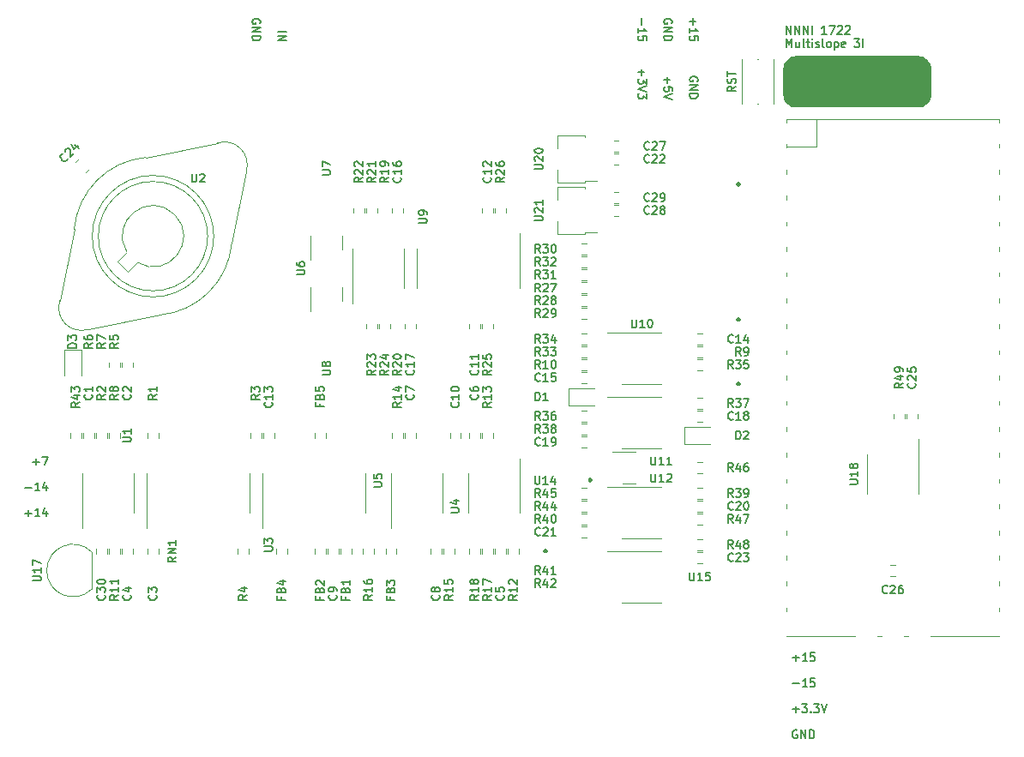
<source format=gbr>
%TF.GenerationSoftware,KiCad,Pcbnew,(6.0.0)*%
%TF.CreationDate,2022-07-12T00:59:49+05:30*%
%TF.ProjectId,Multislope 3I,4d756c74-6973-46c6-9f70-652033492e6b,rev?*%
%TF.SameCoordinates,Original*%
%TF.FileFunction,Legend,Top*%
%TF.FilePolarity,Positive*%
%FSLAX46Y46*%
G04 Gerber Fmt 4.6, Leading zero omitted, Abs format (unit mm)*
G04 Created by KiCad (PCBNEW (6.0.0)) date 2022-07-12 00:59:49*
%MOMM*%
%LPD*%
G01*
G04 APERTURE LIST*
%ADD10C,0.152400*%
%ADD11C,0.300000*%
%ADD12C,0.150000*%
%ADD13C,0.120000*%
G04 APERTURE END LIST*
D10*
X117107304Y-65530911D02*
X117920104Y-65530911D01*
X117107304Y-65917959D02*
X117920104Y-65917959D01*
X117107304Y-66382416D01*
X117920104Y-66382416D01*
X155516942Y-70007359D02*
X155516942Y-70626635D01*
X155207304Y-70316997D02*
X155826580Y-70316997D01*
X156020104Y-71400730D02*
X156020104Y-71013682D01*
X155633057Y-70974978D01*
X155671761Y-71013682D01*
X155710466Y-71091092D01*
X155710466Y-71284616D01*
X155671761Y-71362025D01*
X155633057Y-71400730D01*
X155555647Y-71439435D01*
X155362123Y-71439435D01*
X155284714Y-71400730D01*
X155246009Y-71362025D01*
X155207304Y-71284616D01*
X155207304Y-71091092D01*
X155246009Y-71013682D01*
X155284714Y-70974978D01*
X156020104Y-71671663D02*
X155207304Y-71942597D01*
X156020104Y-72213530D01*
X168358336Y-134531100D02*
X168280926Y-134492395D01*
X168164812Y-134492395D01*
X168048698Y-134531100D01*
X167971288Y-134608509D01*
X167932583Y-134685919D01*
X167893879Y-134840738D01*
X167893879Y-134956852D01*
X167932583Y-135111671D01*
X167971288Y-135189080D01*
X168048698Y-135266490D01*
X168164812Y-135305195D01*
X168242221Y-135305195D01*
X168358336Y-135266490D01*
X168397040Y-135227785D01*
X168397040Y-134956852D01*
X168242221Y-134956852D01*
X168745383Y-135305195D02*
X168745383Y-134492395D01*
X169209840Y-135305195D01*
X169209840Y-134492395D01*
X169596888Y-135305195D02*
X169596888Y-134492395D01*
X169790412Y-134492395D01*
X169906526Y-134531100D01*
X169983936Y-134608509D01*
X170022640Y-134685919D01*
X170061345Y-134840738D01*
X170061345Y-134956852D01*
X170022640Y-135111671D01*
X169983936Y-135189080D01*
X169906526Y-135266490D01*
X169790412Y-135305195D01*
X169596888Y-135305195D01*
D11*
X143510000Y-116740714D02*
X143581428Y-116812142D01*
X143510000Y-116883571D01*
X143438571Y-116812142D01*
X143510000Y-116740714D01*
X143510000Y-116883571D01*
D10*
X155981400Y-64718111D02*
X156020104Y-64640701D01*
X156020104Y-64524587D01*
X155981400Y-64408473D01*
X155903990Y-64331063D01*
X155826580Y-64292359D01*
X155671761Y-64253654D01*
X155555647Y-64253654D01*
X155400828Y-64292359D01*
X155323419Y-64331063D01*
X155246009Y-64408473D01*
X155207304Y-64524587D01*
X155207304Y-64601997D01*
X155246009Y-64718111D01*
X155284714Y-64756816D01*
X155555647Y-64756816D01*
X155555647Y-64601997D01*
X155207304Y-65105159D02*
X156020104Y-65105159D01*
X155207304Y-65569616D01*
X156020104Y-65569616D01*
X155207304Y-65956663D02*
X156020104Y-65956663D01*
X156020104Y-66150187D01*
X155981400Y-66266301D01*
X155903990Y-66343711D01*
X155826580Y-66382416D01*
X155671761Y-66421120D01*
X155555647Y-66421120D01*
X155400828Y-66382416D01*
X155323419Y-66343711D01*
X155246009Y-66266301D01*
X155207304Y-66150187D01*
X155207304Y-65956663D01*
X92154949Y-113088057D02*
X92774225Y-113088057D01*
X92464587Y-113397695D02*
X92464587Y-112778419D01*
X93587025Y-113397695D02*
X93122568Y-113397695D01*
X93354797Y-113397695D02*
X93354797Y-112584895D01*
X93277387Y-112701009D01*
X93199978Y-112778419D01*
X93122568Y-112817123D01*
X94283711Y-112855828D02*
X94283711Y-113397695D01*
X94090187Y-112546190D02*
X93896663Y-113126761D01*
X94399825Y-113126761D01*
X167932583Y-132455557D02*
X168551860Y-132455557D01*
X168242221Y-132765195D02*
X168242221Y-132145919D01*
X168861498Y-131952395D02*
X169364660Y-131952395D01*
X169093726Y-132262033D01*
X169209840Y-132262033D01*
X169287250Y-132300738D01*
X169325955Y-132339442D01*
X169364660Y-132416852D01*
X169364660Y-132610376D01*
X169325955Y-132687785D01*
X169287250Y-132726490D01*
X169209840Y-132765195D01*
X168977612Y-132765195D01*
X168900202Y-132726490D01*
X168861498Y-132687785D01*
X169713002Y-132687785D02*
X169751707Y-132726490D01*
X169713002Y-132765195D01*
X169674298Y-132726490D01*
X169713002Y-132687785D01*
X169713002Y-132765195D01*
X170022640Y-131952395D02*
X170525802Y-131952395D01*
X170254869Y-132262033D01*
X170370983Y-132262033D01*
X170448393Y-132300738D01*
X170487098Y-132339442D01*
X170525802Y-132416852D01*
X170525802Y-132610376D01*
X170487098Y-132687785D01*
X170448393Y-132726490D01*
X170370983Y-132765195D01*
X170138755Y-132765195D01*
X170061345Y-132726490D01*
X170022640Y-132687785D01*
X170758031Y-131952395D02*
X171028964Y-132765195D01*
X171299898Y-131952395D01*
D11*
X162560000Y-100230714D02*
X162631428Y-100302142D01*
X162560000Y-100373571D01*
X162488571Y-100302142D01*
X162560000Y-100230714D01*
X162560000Y-100373571D01*
X147955000Y-109755714D02*
X148026428Y-109827142D01*
X147955000Y-109898571D01*
X147883571Y-109827142D01*
X147955000Y-109755714D01*
X147955000Y-109898571D01*
D10*
X115341400Y-64718111D02*
X115380104Y-64640701D01*
X115380104Y-64524587D01*
X115341400Y-64408473D01*
X115263990Y-64331063D01*
X115186580Y-64292359D01*
X115031761Y-64253654D01*
X114915647Y-64253654D01*
X114760828Y-64292359D01*
X114683419Y-64331063D01*
X114606009Y-64408473D01*
X114567304Y-64524587D01*
X114567304Y-64601997D01*
X114606009Y-64718111D01*
X114644714Y-64756816D01*
X114915647Y-64756816D01*
X114915647Y-64601997D01*
X114567304Y-65105159D02*
X115380104Y-65105159D01*
X114567304Y-65569616D01*
X115380104Y-65569616D01*
X114567304Y-65956663D02*
X115380104Y-65956663D01*
X115380104Y-66150187D01*
X115341400Y-66266301D01*
X115263990Y-66343711D01*
X115186580Y-66382416D01*
X115031761Y-66421120D01*
X114915647Y-66421120D01*
X114760828Y-66382416D01*
X114683419Y-66343711D01*
X114606009Y-66266301D01*
X114567304Y-66150187D01*
X114567304Y-65956663D01*
X92154949Y-110548057D02*
X92774225Y-110548057D01*
X93587025Y-110857695D02*
X93122568Y-110857695D01*
X93354797Y-110857695D02*
X93354797Y-110044895D01*
X93277387Y-110161009D01*
X93199978Y-110238419D01*
X93122568Y-110277123D01*
X94283711Y-110315828D02*
X94283711Y-110857695D01*
X94090187Y-110006190D02*
X93896663Y-110586761D01*
X94399825Y-110586761D01*
X152976942Y-69233263D02*
X152976942Y-69852540D01*
X152667304Y-69542901D02*
X153286580Y-69542901D01*
X153480104Y-70162178D02*
X153480104Y-70665340D01*
X153170466Y-70394406D01*
X153170466Y-70510520D01*
X153131761Y-70587930D01*
X153093057Y-70626635D01*
X153015647Y-70665340D01*
X152822123Y-70665340D01*
X152744714Y-70626635D01*
X152706009Y-70587930D01*
X152667304Y-70510520D01*
X152667304Y-70278292D01*
X152706009Y-70200882D01*
X152744714Y-70162178D01*
X153480104Y-70897568D02*
X152667304Y-71168501D01*
X153480104Y-71439435D01*
X153480104Y-71632959D02*
X153480104Y-72136120D01*
X153170466Y-71865187D01*
X153170466Y-71981301D01*
X153131761Y-72058711D01*
X153093057Y-72097416D01*
X153015647Y-72136120D01*
X152822123Y-72136120D01*
X152744714Y-72097416D01*
X152706009Y-72058711D01*
X152667304Y-71981301D01*
X152667304Y-71749073D01*
X152706009Y-71671663D01*
X152744714Y-71632959D01*
X167297583Y-65753391D02*
X167297583Y-64940591D01*
X167762040Y-65753391D01*
X167762040Y-64940591D01*
X168149088Y-65753391D02*
X168149088Y-64940591D01*
X168613545Y-65753391D01*
X168613545Y-64940591D01*
X169000593Y-65753391D02*
X169000593Y-64940591D01*
X169465050Y-65753391D01*
X169465050Y-64940591D01*
X169852098Y-65753391D02*
X169852098Y-64940591D01*
X171284174Y-65753391D02*
X170819717Y-65753391D01*
X171051945Y-65753391D02*
X171051945Y-64940591D01*
X170974536Y-65056705D01*
X170897126Y-65134115D01*
X170819717Y-65172819D01*
X171555107Y-64940591D02*
X172096974Y-64940591D01*
X171748631Y-65753391D01*
X172367907Y-65018000D02*
X172406612Y-64979296D01*
X172484021Y-64940591D01*
X172677545Y-64940591D01*
X172754955Y-64979296D01*
X172793660Y-65018000D01*
X172832364Y-65095410D01*
X172832364Y-65172819D01*
X172793660Y-65288934D01*
X172329202Y-65753391D01*
X172832364Y-65753391D01*
X173142002Y-65018000D02*
X173180707Y-64979296D01*
X173258117Y-64940591D01*
X173451640Y-64940591D01*
X173529050Y-64979296D01*
X173567755Y-65018000D01*
X173606460Y-65095410D01*
X173606460Y-65172819D01*
X173567755Y-65288934D01*
X173103298Y-65753391D01*
X173606460Y-65753391D01*
X167297583Y-67061999D02*
X167297583Y-66249199D01*
X167568517Y-66829770D01*
X167839450Y-66249199D01*
X167839450Y-67061999D01*
X168574840Y-66520132D02*
X168574840Y-67061999D01*
X168226498Y-66520132D02*
X168226498Y-66945884D01*
X168265202Y-67023294D01*
X168342612Y-67061999D01*
X168458726Y-67061999D01*
X168536136Y-67023294D01*
X168574840Y-66984589D01*
X169078002Y-67061999D02*
X169000593Y-67023294D01*
X168961888Y-66945884D01*
X168961888Y-66249199D01*
X169271526Y-66520132D02*
X169581164Y-66520132D01*
X169387640Y-66249199D02*
X169387640Y-66945884D01*
X169426345Y-67023294D01*
X169503755Y-67061999D01*
X169581164Y-67061999D01*
X169852098Y-67061999D02*
X169852098Y-66520132D01*
X169852098Y-66249199D02*
X169813393Y-66287904D01*
X169852098Y-66326608D01*
X169890802Y-66287904D01*
X169852098Y-66249199D01*
X169852098Y-66326608D01*
X170200440Y-67023294D02*
X170277850Y-67061999D01*
X170432669Y-67061999D01*
X170510079Y-67023294D01*
X170548783Y-66945884D01*
X170548783Y-66907180D01*
X170510079Y-66829770D01*
X170432669Y-66791065D01*
X170316555Y-66791065D01*
X170239145Y-66752361D01*
X170200440Y-66674951D01*
X170200440Y-66636246D01*
X170239145Y-66558837D01*
X170316555Y-66520132D01*
X170432669Y-66520132D01*
X170510079Y-66558837D01*
X171013240Y-67061999D02*
X170935831Y-67023294D01*
X170897126Y-66945884D01*
X170897126Y-66249199D01*
X171438993Y-67061999D02*
X171361583Y-67023294D01*
X171322879Y-66984589D01*
X171284174Y-66907180D01*
X171284174Y-66674951D01*
X171322879Y-66597542D01*
X171361583Y-66558837D01*
X171438993Y-66520132D01*
X171555107Y-66520132D01*
X171632517Y-66558837D01*
X171671221Y-66597542D01*
X171709926Y-66674951D01*
X171709926Y-66907180D01*
X171671221Y-66984589D01*
X171632517Y-67023294D01*
X171555107Y-67061999D01*
X171438993Y-67061999D01*
X172058269Y-66520132D02*
X172058269Y-67332932D01*
X172058269Y-66558837D02*
X172135679Y-66520132D01*
X172290498Y-66520132D01*
X172367907Y-66558837D01*
X172406612Y-66597542D01*
X172445317Y-66674951D01*
X172445317Y-66907180D01*
X172406612Y-66984589D01*
X172367907Y-67023294D01*
X172290498Y-67061999D01*
X172135679Y-67061999D01*
X172058269Y-67023294D01*
X173103298Y-67023294D02*
X173025888Y-67061999D01*
X172871069Y-67061999D01*
X172793660Y-67023294D01*
X172754955Y-66945884D01*
X172754955Y-66636246D01*
X172793660Y-66558837D01*
X172871069Y-66520132D01*
X173025888Y-66520132D01*
X173103298Y-66558837D01*
X173142002Y-66636246D01*
X173142002Y-66713656D01*
X172754955Y-66791065D01*
X174032212Y-66249199D02*
X174535374Y-66249199D01*
X174264440Y-66558837D01*
X174380555Y-66558837D01*
X174457964Y-66597542D01*
X174496669Y-66636246D01*
X174535374Y-66713656D01*
X174535374Y-66907180D01*
X174496669Y-66984589D01*
X174457964Y-67023294D01*
X174380555Y-67061999D01*
X174148326Y-67061999D01*
X174070917Y-67023294D01*
X174032212Y-66984589D01*
X174883717Y-67061999D02*
X174883717Y-66249199D01*
D11*
X162560000Y-80545714D02*
X162631428Y-80617142D01*
X162560000Y-80688571D01*
X162488571Y-80617142D01*
X162560000Y-80545714D01*
X162560000Y-80688571D01*
D10*
X158056942Y-64214949D02*
X158056942Y-64834225D01*
X157747304Y-64524587D02*
X158366580Y-64524587D01*
X157747304Y-65647025D02*
X157747304Y-65182568D01*
X157747304Y-65414797D02*
X158560104Y-65414797D01*
X158443990Y-65337387D01*
X158366580Y-65259978D01*
X158327876Y-65182568D01*
X158560104Y-66382416D02*
X158560104Y-65995368D01*
X158173057Y-65956663D01*
X158211761Y-65995368D01*
X158250466Y-66072778D01*
X158250466Y-66266301D01*
X158211761Y-66343711D01*
X158173057Y-66382416D01*
X158095647Y-66421120D01*
X157902123Y-66421120D01*
X157824714Y-66382416D01*
X157786009Y-66343711D01*
X157747304Y-66266301D01*
X157747304Y-66072778D01*
X157786009Y-65995368D01*
X157824714Y-65956663D01*
D11*
X162560000Y-93880714D02*
X162631428Y-93952142D01*
X162560000Y-94023571D01*
X162488571Y-93952142D01*
X162560000Y-93880714D01*
X162560000Y-94023571D01*
D10*
X158521400Y-70433111D02*
X158560104Y-70355701D01*
X158560104Y-70239587D01*
X158521400Y-70123473D01*
X158443990Y-70046063D01*
X158366580Y-70007359D01*
X158211761Y-69968654D01*
X158095647Y-69968654D01*
X157940828Y-70007359D01*
X157863419Y-70046063D01*
X157786009Y-70123473D01*
X157747304Y-70239587D01*
X157747304Y-70316997D01*
X157786009Y-70433111D01*
X157824714Y-70471816D01*
X158095647Y-70471816D01*
X158095647Y-70316997D01*
X157747304Y-70820159D02*
X158560104Y-70820159D01*
X157747304Y-71284616D01*
X158560104Y-71284616D01*
X157747304Y-71671663D02*
X158560104Y-71671663D01*
X158560104Y-71865187D01*
X158521400Y-71981301D01*
X158443990Y-72058711D01*
X158366580Y-72097416D01*
X158211761Y-72136120D01*
X158095647Y-72136120D01*
X157940828Y-72097416D01*
X157863419Y-72058711D01*
X157786009Y-71981301D01*
X157747304Y-71865187D01*
X157747304Y-71671663D01*
X167932583Y-127375557D02*
X168551860Y-127375557D01*
X168242221Y-127685195D02*
X168242221Y-127065919D01*
X169364660Y-127685195D02*
X168900202Y-127685195D01*
X169132431Y-127685195D02*
X169132431Y-126872395D01*
X169055021Y-126988509D01*
X168977612Y-127065919D01*
X168900202Y-127104623D01*
X170100050Y-126872395D02*
X169713002Y-126872395D01*
X169674298Y-127259442D01*
X169713002Y-127220738D01*
X169790412Y-127182033D01*
X169983936Y-127182033D01*
X170061345Y-127220738D01*
X170100050Y-127259442D01*
X170138755Y-127336852D01*
X170138755Y-127530376D01*
X170100050Y-127607785D01*
X170061345Y-127646490D01*
X169983936Y-127685195D01*
X169790412Y-127685195D01*
X169713002Y-127646490D01*
X169674298Y-127607785D01*
X92929044Y-108008057D02*
X93548320Y-108008057D01*
X93238682Y-108317695D02*
X93238682Y-107698419D01*
X93857959Y-107504895D02*
X94399825Y-107504895D01*
X94051482Y-108317695D01*
X167932583Y-129915557D02*
X168551860Y-129915557D01*
X169364660Y-130225195D02*
X168900202Y-130225195D01*
X169132431Y-130225195D02*
X169132431Y-129412395D01*
X169055021Y-129528509D01*
X168977612Y-129605919D01*
X168900202Y-129644623D01*
X170100050Y-129412395D02*
X169713002Y-129412395D01*
X169674298Y-129799442D01*
X169713002Y-129760738D01*
X169790412Y-129722033D01*
X169983936Y-129722033D01*
X170061345Y-129760738D01*
X170100050Y-129799442D01*
X170138755Y-129876852D01*
X170138755Y-130070376D01*
X170100050Y-130147785D01*
X170061345Y-130186490D01*
X169983936Y-130225195D01*
X169790412Y-130225195D01*
X169713002Y-130186490D01*
X169674298Y-130147785D01*
X152976942Y-64214949D02*
X152976942Y-64834225D01*
X152667304Y-65647025D02*
X152667304Y-65182568D01*
X152667304Y-65414797D02*
X153480104Y-65414797D01*
X153363990Y-65337387D01*
X153286580Y-65259978D01*
X153247876Y-65182568D01*
X153480104Y-66382416D02*
X153480104Y-65995368D01*
X153093057Y-65956663D01*
X153131761Y-65995368D01*
X153170466Y-66072778D01*
X153170466Y-66266301D01*
X153131761Y-66343711D01*
X153093057Y-66382416D01*
X153015647Y-66421120D01*
X152822123Y-66421120D01*
X152744714Y-66382416D01*
X152706009Y-66343711D01*
X152667304Y-66266301D01*
X152667304Y-66072778D01*
X152706009Y-65995368D01*
X152744714Y-65956663D01*
D12*
%TO.C,R43*%
X97522695Y-102130509D02*
X97135647Y-102401442D01*
X97522695Y-102594966D02*
X96709895Y-102594966D01*
X96709895Y-102285328D01*
X96748600Y-102207919D01*
X96787304Y-102169214D01*
X96864714Y-102130509D01*
X96980828Y-102130509D01*
X97058238Y-102169214D01*
X97096942Y-102207919D01*
X97135647Y-102285328D01*
X97135647Y-102594966D01*
X96980828Y-101433823D02*
X97522695Y-101433823D01*
X96671190Y-101627347D02*
X97251761Y-101820871D01*
X97251761Y-101317709D01*
X96709895Y-101085480D02*
X96709895Y-100582319D01*
X97019533Y-100853252D01*
X97019533Y-100737138D01*
X97058238Y-100659728D01*
X97096942Y-100621023D01*
X97174352Y-100582319D01*
X97367876Y-100582319D01*
X97445285Y-100621023D01*
X97483990Y-100659728D01*
X97522695Y-100737138D01*
X97522695Y-100969366D01*
X97483990Y-101046776D01*
X97445285Y-101085480D01*
%TO.C,D3*%
X97205195Y-96740871D02*
X96392395Y-96740871D01*
X96392395Y-96547347D01*
X96431100Y-96431233D01*
X96508509Y-96353823D01*
X96585919Y-96315119D01*
X96740738Y-96276414D01*
X96856852Y-96276414D01*
X97011671Y-96315119D01*
X97089080Y-96353823D01*
X97166490Y-96431233D01*
X97205195Y-96547347D01*
X97205195Y-96740871D01*
X96392395Y-96005480D02*
X96392395Y-95502319D01*
X96702033Y-95773252D01*
X96702033Y-95657138D01*
X96740738Y-95579728D01*
X96779442Y-95541023D01*
X96856852Y-95502319D01*
X97050376Y-95502319D01*
X97127785Y-95541023D01*
X97166490Y-95579728D01*
X97205195Y-95657138D01*
X97205195Y-95889366D01*
X97166490Y-95966776D01*
X97127785Y-96005480D01*
%TO.C,C26*%
X177277485Y-120940285D02*
X177238780Y-120978990D01*
X177122666Y-121017695D01*
X177045257Y-121017695D01*
X176929142Y-120978990D01*
X176851733Y-120901580D01*
X176813028Y-120824171D01*
X176774323Y-120669352D01*
X176774323Y-120553238D01*
X176813028Y-120398419D01*
X176851733Y-120321009D01*
X176929142Y-120243600D01*
X177045257Y-120204895D01*
X177122666Y-120204895D01*
X177238780Y-120243600D01*
X177277485Y-120282304D01*
X177587123Y-120282304D02*
X177625828Y-120243600D01*
X177703238Y-120204895D01*
X177896761Y-120204895D01*
X177974171Y-120243600D01*
X178012876Y-120282304D01*
X178051580Y-120359714D01*
X178051580Y-120437123D01*
X178012876Y-120553238D01*
X177548419Y-121017695D01*
X178051580Y-121017695D01*
X178748266Y-120204895D02*
X178593447Y-120204895D01*
X178516038Y-120243600D01*
X178477333Y-120282304D01*
X178399923Y-120398419D01*
X178361219Y-120553238D01*
X178361219Y-120862876D01*
X178399923Y-120940285D01*
X178438628Y-120978990D01*
X178516038Y-121017695D01*
X178670857Y-121017695D01*
X178748266Y-120978990D01*
X178786971Y-120940285D01*
X178825676Y-120862876D01*
X178825676Y-120669352D01*
X178786971Y-120591942D01*
X178748266Y-120553238D01*
X178670857Y-120514533D01*
X178516038Y-120514533D01*
X178438628Y-120553238D01*
X178399923Y-120591942D01*
X178361219Y-120669352D01*
%TO.C,R7*%
X100062695Y-96276414D02*
X99675647Y-96547347D01*
X100062695Y-96740871D02*
X99249895Y-96740871D01*
X99249895Y-96431233D01*
X99288600Y-96353823D01*
X99327304Y-96315119D01*
X99404714Y-96276414D01*
X99520828Y-96276414D01*
X99598238Y-96315119D01*
X99636942Y-96353823D01*
X99675647Y-96431233D01*
X99675647Y-96740871D01*
X99249895Y-96005480D02*
X99249895Y-95463614D01*
X100062695Y-95811957D01*
%TO.C,R47*%
X162029490Y-114032695D02*
X161758557Y-113645647D01*
X161565033Y-114032695D02*
X161565033Y-113219895D01*
X161874671Y-113219895D01*
X161952080Y-113258600D01*
X161990785Y-113297304D01*
X162029490Y-113374714D01*
X162029490Y-113490828D01*
X161990785Y-113568238D01*
X161952080Y-113606942D01*
X161874671Y-113645647D01*
X161565033Y-113645647D01*
X162726176Y-113490828D02*
X162726176Y-114032695D01*
X162532652Y-113181190D02*
X162339128Y-113761761D01*
X162842290Y-113761761D01*
X163074519Y-113219895D02*
X163616385Y-113219895D01*
X163268042Y-114032695D01*
%TO.C,R29*%
X142995480Y-93712695D02*
X142724547Y-93325647D01*
X142531023Y-93712695D02*
X142531023Y-92899895D01*
X142840661Y-92899895D01*
X142918071Y-92938600D01*
X142956776Y-92977304D01*
X142995480Y-93054714D01*
X142995480Y-93170828D01*
X142956776Y-93248238D01*
X142918071Y-93286942D01*
X142840661Y-93325647D01*
X142531023Y-93325647D01*
X143305119Y-92977304D02*
X143343823Y-92938600D01*
X143421233Y-92899895D01*
X143614757Y-92899895D01*
X143692166Y-92938600D01*
X143730871Y-92977304D01*
X143769576Y-93054714D01*
X143769576Y-93132123D01*
X143730871Y-93248238D01*
X143266414Y-93712695D01*
X143769576Y-93712695D01*
X144156623Y-93712695D02*
X144311442Y-93712695D01*
X144388852Y-93673990D01*
X144427557Y-93635285D01*
X144504966Y-93519171D01*
X144543671Y-93364352D01*
X144543671Y-93054714D01*
X144504966Y-92977304D01*
X144466261Y-92938600D01*
X144388852Y-92899895D01*
X144234033Y-92899895D01*
X144156623Y-92938600D01*
X144117919Y-92977304D01*
X144079214Y-93054714D01*
X144079214Y-93248238D01*
X144117919Y-93325647D01*
X144156623Y-93364352D01*
X144234033Y-93403057D01*
X144388852Y-93403057D01*
X144466261Y-93364352D01*
X144504966Y-93325647D01*
X144543671Y-93248238D01*
%TO.C,RN1*%
X107047695Y-117401219D02*
X106660647Y-117672152D01*
X107047695Y-117865676D02*
X106234895Y-117865676D01*
X106234895Y-117556038D01*
X106273600Y-117478628D01*
X106312304Y-117439923D01*
X106389714Y-117401219D01*
X106505828Y-117401219D01*
X106583238Y-117439923D01*
X106621942Y-117478628D01*
X106660647Y-117556038D01*
X106660647Y-117865676D01*
X107047695Y-117052876D02*
X106234895Y-117052876D01*
X107047695Y-116588419D01*
X106234895Y-116588419D01*
X107047695Y-115775619D02*
X107047695Y-116240076D01*
X107047695Y-116007847D02*
X106234895Y-116007847D01*
X106351009Y-116085257D01*
X106428419Y-116162666D01*
X106467123Y-116240076D01*
%TO.C,C5*%
X139355285Y-121164519D02*
X139393990Y-121203223D01*
X139432695Y-121319338D01*
X139432695Y-121396747D01*
X139393990Y-121512861D01*
X139316580Y-121590271D01*
X139239171Y-121628976D01*
X139084352Y-121667680D01*
X138968238Y-121667680D01*
X138813419Y-121628976D01*
X138736009Y-121590271D01*
X138658600Y-121512861D01*
X138619895Y-121396747D01*
X138619895Y-121319338D01*
X138658600Y-121203223D01*
X138697304Y-121164519D01*
X138619895Y-120429128D02*
X138619895Y-120816176D01*
X139006942Y-120854880D01*
X138968238Y-120816176D01*
X138929533Y-120738766D01*
X138929533Y-120545242D01*
X138968238Y-120467833D01*
X139006942Y-120429128D01*
X139084352Y-120390423D01*
X139277876Y-120390423D01*
X139355285Y-120429128D01*
X139393990Y-120467833D01*
X139432695Y-120545242D01*
X139432695Y-120738766D01*
X139393990Y-120816176D01*
X139355285Y-120854880D01*
%TO.C,R38*%
X142995480Y-105142695D02*
X142724547Y-104755647D01*
X142531023Y-105142695D02*
X142531023Y-104329895D01*
X142840661Y-104329895D01*
X142918071Y-104368600D01*
X142956776Y-104407304D01*
X142995480Y-104484714D01*
X142995480Y-104600828D01*
X142956776Y-104678238D01*
X142918071Y-104716942D01*
X142840661Y-104755647D01*
X142531023Y-104755647D01*
X143266414Y-104329895D02*
X143769576Y-104329895D01*
X143498642Y-104639533D01*
X143614757Y-104639533D01*
X143692166Y-104678238D01*
X143730871Y-104716942D01*
X143769576Y-104794352D01*
X143769576Y-104987876D01*
X143730871Y-105065285D01*
X143692166Y-105103990D01*
X143614757Y-105142695D01*
X143382528Y-105142695D01*
X143305119Y-105103990D01*
X143266414Y-105065285D01*
X144234033Y-104678238D02*
X144156623Y-104639533D01*
X144117919Y-104600828D01*
X144079214Y-104523419D01*
X144079214Y-104484714D01*
X144117919Y-104407304D01*
X144156623Y-104368600D01*
X144234033Y-104329895D01*
X144388852Y-104329895D01*
X144466261Y-104368600D01*
X144504966Y-104407304D01*
X144543671Y-104484714D01*
X144543671Y-104523419D01*
X144504966Y-104600828D01*
X144466261Y-104639533D01*
X144388852Y-104678238D01*
X144234033Y-104678238D01*
X144156623Y-104716942D01*
X144117919Y-104755647D01*
X144079214Y-104833057D01*
X144079214Y-104987876D01*
X144117919Y-105065285D01*
X144156623Y-105103990D01*
X144234033Y-105142695D01*
X144388852Y-105142695D01*
X144466261Y-105103990D01*
X144504966Y-105065285D01*
X144543671Y-104987876D01*
X144543671Y-104833057D01*
X144504966Y-104755647D01*
X144466261Y-104716942D01*
X144388852Y-104678238D01*
%TO.C,R21*%
X126732695Y-79905509D02*
X126345647Y-80176442D01*
X126732695Y-80369966D02*
X125919895Y-80369966D01*
X125919895Y-80060328D01*
X125958600Y-79982919D01*
X125997304Y-79944214D01*
X126074714Y-79905509D01*
X126190828Y-79905509D01*
X126268238Y-79944214D01*
X126306942Y-79982919D01*
X126345647Y-80060328D01*
X126345647Y-80369966D01*
X125997304Y-79595871D02*
X125958600Y-79557166D01*
X125919895Y-79479757D01*
X125919895Y-79286233D01*
X125958600Y-79208823D01*
X125997304Y-79170119D01*
X126074714Y-79131414D01*
X126152123Y-79131414D01*
X126268238Y-79170119D01*
X126732695Y-79634576D01*
X126732695Y-79131414D01*
X126732695Y-78357319D02*
X126732695Y-78821776D01*
X126732695Y-78589547D02*
X125919895Y-78589547D01*
X126036009Y-78666957D01*
X126113419Y-78744366D01*
X126152123Y-78821776D01*
%TO.C,C21*%
X142995480Y-115225285D02*
X142956776Y-115263990D01*
X142840661Y-115302695D01*
X142763252Y-115302695D01*
X142647138Y-115263990D01*
X142569728Y-115186580D01*
X142531023Y-115109171D01*
X142492319Y-114954352D01*
X142492319Y-114838238D01*
X142531023Y-114683419D01*
X142569728Y-114606009D01*
X142647138Y-114528600D01*
X142763252Y-114489895D01*
X142840661Y-114489895D01*
X142956776Y-114528600D01*
X142995480Y-114567304D01*
X143305119Y-114567304D02*
X143343823Y-114528600D01*
X143421233Y-114489895D01*
X143614757Y-114489895D01*
X143692166Y-114528600D01*
X143730871Y-114567304D01*
X143769576Y-114644714D01*
X143769576Y-114722123D01*
X143730871Y-114838238D01*
X143266414Y-115302695D01*
X143769576Y-115302695D01*
X144543671Y-115302695D02*
X144079214Y-115302695D01*
X144311442Y-115302695D02*
X144311442Y-114489895D01*
X144234033Y-114606009D01*
X144156623Y-114683419D01*
X144079214Y-114722123D01*
%TO.C,R24*%
X128002695Y-98939519D02*
X127615647Y-99210452D01*
X128002695Y-99403976D02*
X127189895Y-99403976D01*
X127189895Y-99094338D01*
X127228600Y-99016928D01*
X127267304Y-98978223D01*
X127344714Y-98939519D01*
X127460828Y-98939519D01*
X127538238Y-98978223D01*
X127576942Y-99016928D01*
X127615647Y-99094338D01*
X127615647Y-99403976D01*
X127267304Y-98629880D02*
X127228600Y-98591176D01*
X127189895Y-98513766D01*
X127189895Y-98320242D01*
X127228600Y-98242833D01*
X127267304Y-98204128D01*
X127344714Y-98165423D01*
X127422123Y-98165423D01*
X127538238Y-98204128D01*
X128002695Y-98668585D01*
X128002695Y-98165423D01*
X127460828Y-97468738D02*
X128002695Y-97468738D01*
X127151190Y-97662261D02*
X127731761Y-97855785D01*
X127731761Y-97352623D01*
%TO.C,C1*%
X98715285Y-101356414D02*
X98753990Y-101395119D01*
X98792695Y-101511233D01*
X98792695Y-101588642D01*
X98753990Y-101704757D01*
X98676580Y-101782166D01*
X98599171Y-101820871D01*
X98444352Y-101859576D01*
X98328238Y-101859576D01*
X98173419Y-101820871D01*
X98096009Y-101782166D01*
X98018600Y-101704757D01*
X97979895Y-101588642D01*
X97979895Y-101511233D01*
X98018600Y-101395119D01*
X98057304Y-101356414D01*
X98792695Y-100582319D02*
X98792695Y-101046776D01*
X98792695Y-100814547D02*
X97979895Y-100814547D01*
X98096009Y-100891957D01*
X98173419Y-100969366D01*
X98212123Y-101046776D01*
%TO.C,R41*%
X142995480Y-119112695D02*
X142724547Y-118725647D01*
X142531023Y-119112695D02*
X142531023Y-118299895D01*
X142840661Y-118299895D01*
X142918071Y-118338600D01*
X142956776Y-118377304D01*
X142995480Y-118454714D01*
X142995480Y-118570828D01*
X142956776Y-118648238D01*
X142918071Y-118686942D01*
X142840661Y-118725647D01*
X142531023Y-118725647D01*
X143692166Y-118570828D02*
X143692166Y-119112695D01*
X143498642Y-118261190D02*
X143305119Y-118841761D01*
X143808280Y-118841761D01*
X144543671Y-119112695D02*
X144079214Y-119112695D01*
X144311442Y-119112695D02*
X144311442Y-118299895D01*
X144234033Y-118416009D01*
X144156623Y-118493419D01*
X144079214Y-118532123D01*
%TO.C,R22*%
X125462695Y-79905509D02*
X125075647Y-80176442D01*
X125462695Y-80369966D02*
X124649895Y-80369966D01*
X124649895Y-80060328D01*
X124688600Y-79982919D01*
X124727304Y-79944214D01*
X124804714Y-79905509D01*
X124920828Y-79905509D01*
X124998238Y-79944214D01*
X125036942Y-79982919D01*
X125075647Y-80060328D01*
X125075647Y-80369966D01*
X124727304Y-79595871D02*
X124688600Y-79557166D01*
X124649895Y-79479757D01*
X124649895Y-79286233D01*
X124688600Y-79208823D01*
X124727304Y-79170119D01*
X124804714Y-79131414D01*
X124882123Y-79131414D01*
X124998238Y-79170119D01*
X125462695Y-79634576D01*
X125462695Y-79131414D01*
X124727304Y-78821776D02*
X124688600Y-78783071D01*
X124649895Y-78705661D01*
X124649895Y-78512138D01*
X124688600Y-78434728D01*
X124727304Y-78396023D01*
X124804714Y-78357319D01*
X124882123Y-78357319D01*
X124998238Y-78396023D01*
X125462695Y-78860480D01*
X125462695Y-78357319D01*
%TO.C,R34*%
X142995480Y-96252695D02*
X142724547Y-95865647D01*
X142531023Y-96252695D02*
X142531023Y-95439895D01*
X142840661Y-95439895D01*
X142918071Y-95478600D01*
X142956776Y-95517304D01*
X142995480Y-95594714D01*
X142995480Y-95710828D01*
X142956776Y-95788238D01*
X142918071Y-95826942D01*
X142840661Y-95865647D01*
X142531023Y-95865647D01*
X143266414Y-95439895D02*
X143769576Y-95439895D01*
X143498642Y-95749533D01*
X143614757Y-95749533D01*
X143692166Y-95788238D01*
X143730871Y-95826942D01*
X143769576Y-95904352D01*
X143769576Y-96097876D01*
X143730871Y-96175285D01*
X143692166Y-96213990D01*
X143614757Y-96252695D01*
X143382528Y-96252695D01*
X143305119Y-96213990D01*
X143266414Y-96175285D01*
X144466261Y-95710828D02*
X144466261Y-96252695D01*
X144272738Y-95401190D02*
X144079214Y-95981761D01*
X144582376Y-95981761D01*
%TO.C,R4*%
X114032695Y-121164519D02*
X113645647Y-121435452D01*
X114032695Y-121628976D02*
X113219895Y-121628976D01*
X113219895Y-121319338D01*
X113258600Y-121241928D01*
X113297304Y-121203223D01*
X113374714Y-121164519D01*
X113490828Y-121164519D01*
X113568238Y-121203223D01*
X113606942Y-121241928D01*
X113645647Y-121319338D01*
X113645647Y-121628976D01*
X113490828Y-120467833D02*
X114032695Y-120467833D01*
X113181190Y-120661357D02*
X113761761Y-120854880D01*
X113761761Y-120351719D01*
%TO.C,R44*%
X142995480Y-112762695D02*
X142724547Y-112375647D01*
X142531023Y-112762695D02*
X142531023Y-111949895D01*
X142840661Y-111949895D01*
X142918071Y-111988600D01*
X142956776Y-112027304D01*
X142995480Y-112104714D01*
X142995480Y-112220828D01*
X142956776Y-112298238D01*
X142918071Y-112336942D01*
X142840661Y-112375647D01*
X142531023Y-112375647D01*
X143692166Y-112220828D02*
X143692166Y-112762695D01*
X143498642Y-111911190D02*
X143305119Y-112491761D01*
X143808280Y-112491761D01*
X144466261Y-112220828D02*
X144466261Y-112762695D01*
X144272738Y-111911190D02*
X144079214Y-112491761D01*
X144582376Y-112491761D01*
%TO.C,R12*%
X140702695Y-121164519D02*
X140315647Y-121435452D01*
X140702695Y-121628976D02*
X139889895Y-121628976D01*
X139889895Y-121319338D01*
X139928600Y-121241928D01*
X139967304Y-121203223D01*
X140044714Y-121164519D01*
X140160828Y-121164519D01*
X140238238Y-121203223D01*
X140276942Y-121241928D01*
X140315647Y-121319338D01*
X140315647Y-121628976D01*
X140702695Y-120390423D02*
X140702695Y-120854880D01*
X140702695Y-120622652D02*
X139889895Y-120622652D01*
X140006009Y-120700061D01*
X140083419Y-120777471D01*
X140122123Y-120854880D01*
X139967304Y-120080785D02*
X139928600Y-120042080D01*
X139889895Y-119964671D01*
X139889895Y-119771147D01*
X139928600Y-119693738D01*
X139967304Y-119655033D01*
X140044714Y-119616328D01*
X140122123Y-119616328D01*
X140238238Y-119655033D01*
X140702695Y-120119490D01*
X140702695Y-119616328D01*
%TO.C,FB4*%
X117416942Y-121358042D02*
X117416942Y-121628976D01*
X117842695Y-121628976D02*
X117029895Y-121628976D01*
X117029895Y-121241928D01*
X117416942Y-120661357D02*
X117455647Y-120545242D01*
X117494352Y-120506538D01*
X117571761Y-120467833D01*
X117687876Y-120467833D01*
X117765285Y-120506538D01*
X117803990Y-120545242D01*
X117842695Y-120622652D01*
X117842695Y-120932290D01*
X117029895Y-120932290D01*
X117029895Y-120661357D01*
X117068600Y-120583947D01*
X117107304Y-120545242D01*
X117184714Y-120506538D01*
X117262123Y-120506538D01*
X117339533Y-120545242D01*
X117378238Y-120583947D01*
X117416942Y-120661357D01*
X117416942Y-120932290D01*
X117300828Y-119771147D02*
X117842695Y-119771147D01*
X116991190Y-119964671D02*
X117571761Y-120158195D01*
X117571761Y-119655033D01*
%TO.C,R16*%
X126415195Y-121164519D02*
X126028147Y-121435452D01*
X126415195Y-121628976D02*
X125602395Y-121628976D01*
X125602395Y-121319338D01*
X125641100Y-121241928D01*
X125679804Y-121203223D01*
X125757214Y-121164519D01*
X125873328Y-121164519D01*
X125950738Y-121203223D01*
X125989442Y-121241928D01*
X126028147Y-121319338D01*
X126028147Y-121628976D01*
X126415195Y-120390423D02*
X126415195Y-120854880D01*
X126415195Y-120622652D02*
X125602395Y-120622652D01*
X125718509Y-120700061D01*
X125795919Y-120777471D01*
X125834623Y-120854880D01*
X125602395Y-119693738D02*
X125602395Y-119848557D01*
X125641100Y-119925966D01*
X125679804Y-119964671D01*
X125795919Y-120042080D01*
X125950738Y-120080785D01*
X126260376Y-120080785D01*
X126337785Y-120042080D01*
X126376490Y-120003376D01*
X126415195Y-119925966D01*
X126415195Y-119771147D01*
X126376490Y-119693738D01*
X126337785Y-119655033D01*
X126260376Y-119616328D01*
X126066852Y-119616328D01*
X125989442Y-119655033D01*
X125950738Y-119693738D01*
X125912033Y-119771147D01*
X125912033Y-119925966D01*
X125950738Y-120003376D01*
X125989442Y-120042080D01*
X126066852Y-120080785D01*
%TO.C,C17*%
X130465285Y-98939519D02*
X130503990Y-98978223D01*
X130542695Y-99094338D01*
X130542695Y-99171747D01*
X130503990Y-99287861D01*
X130426580Y-99365271D01*
X130349171Y-99403976D01*
X130194352Y-99442680D01*
X130078238Y-99442680D01*
X129923419Y-99403976D01*
X129846009Y-99365271D01*
X129768600Y-99287861D01*
X129729895Y-99171747D01*
X129729895Y-99094338D01*
X129768600Y-98978223D01*
X129807304Y-98939519D01*
X130542695Y-98165423D02*
X130542695Y-98629880D01*
X130542695Y-98397652D02*
X129729895Y-98397652D01*
X129846009Y-98475061D01*
X129923419Y-98552471D01*
X129962123Y-98629880D01*
X129729895Y-97894490D02*
X129729895Y-97352623D01*
X130542695Y-97700966D01*
%TO.C,R17*%
X138162695Y-121164519D02*
X137775647Y-121435452D01*
X138162695Y-121628976D02*
X137349895Y-121628976D01*
X137349895Y-121319338D01*
X137388600Y-121241928D01*
X137427304Y-121203223D01*
X137504714Y-121164519D01*
X137620828Y-121164519D01*
X137698238Y-121203223D01*
X137736942Y-121241928D01*
X137775647Y-121319338D01*
X137775647Y-121628976D01*
X138162695Y-120390423D02*
X138162695Y-120854880D01*
X138162695Y-120622652D02*
X137349895Y-120622652D01*
X137466009Y-120700061D01*
X137543419Y-120777471D01*
X137582123Y-120854880D01*
X137349895Y-120119490D02*
X137349895Y-119577623D01*
X138162695Y-119925966D01*
%TO.C,R2*%
X100062695Y-101356414D02*
X99675647Y-101627347D01*
X100062695Y-101820871D02*
X99249895Y-101820871D01*
X99249895Y-101511233D01*
X99288600Y-101433823D01*
X99327304Y-101395119D01*
X99404714Y-101356414D01*
X99520828Y-101356414D01*
X99598238Y-101395119D01*
X99636942Y-101433823D01*
X99675647Y-101511233D01*
X99675647Y-101820871D01*
X99327304Y-101046776D02*
X99288600Y-101008071D01*
X99249895Y-100930661D01*
X99249895Y-100737138D01*
X99288600Y-100659728D01*
X99327304Y-100621023D01*
X99404714Y-100582319D01*
X99482123Y-100582319D01*
X99598238Y-100621023D01*
X100062695Y-101085480D01*
X100062695Y-100582319D01*
%TO.C,C14*%
X162029490Y-96175285D02*
X161990785Y-96213990D01*
X161874671Y-96252695D01*
X161797261Y-96252695D01*
X161681147Y-96213990D01*
X161603738Y-96136580D01*
X161565033Y-96059171D01*
X161526328Y-95904352D01*
X161526328Y-95788238D01*
X161565033Y-95633419D01*
X161603738Y-95556009D01*
X161681147Y-95478600D01*
X161797261Y-95439895D01*
X161874671Y-95439895D01*
X161990785Y-95478600D01*
X162029490Y-95517304D01*
X162803585Y-96252695D02*
X162339128Y-96252695D01*
X162571357Y-96252695D02*
X162571357Y-95439895D01*
X162493947Y-95556009D01*
X162416538Y-95633419D01*
X162339128Y-95672123D01*
X163500271Y-95710828D02*
X163500271Y-96252695D01*
X163306747Y-95401190D02*
X163113223Y-95981761D01*
X163616385Y-95981761D01*
%TO.C,C12*%
X138085285Y-79905509D02*
X138123990Y-79944214D01*
X138162695Y-80060328D01*
X138162695Y-80137738D01*
X138123990Y-80253852D01*
X138046580Y-80331261D01*
X137969171Y-80369966D01*
X137814352Y-80408671D01*
X137698238Y-80408671D01*
X137543419Y-80369966D01*
X137466009Y-80331261D01*
X137388600Y-80253852D01*
X137349895Y-80137738D01*
X137349895Y-80060328D01*
X137388600Y-79944214D01*
X137427304Y-79905509D01*
X138162695Y-79131414D02*
X138162695Y-79595871D01*
X138162695Y-79363642D02*
X137349895Y-79363642D01*
X137466009Y-79441052D01*
X137543419Y-79518461D01*
X137582123Y-79595871D01*
X137427304Y-78821776D02*
X137388600Y-78783071D01*
X137349895Y-78705661D01*
X137349895Y-78512138D01*
X137388600Y-78434728D01*
X137427304Y-78396023D01*
X137504714Y-78357319D01*
X137582123Y-78357319D01*
X137698238Y-78396023D01*
X138162695Y-78860480D01*
X138162695Y-78357319D01*
%TO.C,R20*%
X129272695Y-98939519D02*
X128885647Y-99210452D01*
X129272695Y-99403976D02*
X128459895Y-99403976D01*
X128459895Y-99094338D01*
X128498600Y-99016928D01*
X128537304Y-98978223D01*
X128614714Y-98939519D01*
X128730828Y-98939519D01*
X128808238Y-98978223D01*
X128846942Y-99016928D01*
X128885647Y-99094338D01*
X128885647Y-99403976D01*
X128537304Y-98629880D02*
X128498600Y-98591176D01*
X128459895Y-98513766D01*
X128459895Y-98320242D01*
X128498600Y-98242833D01*
X128537304Y-98204128D01*
X128614714Y-98165423D01*
X128692123Y-98165423D01*
X128808238Y-98204128D01*
X129272695Y-98668585D01*
X129272695Y-98165423D01*
X128459895Y-97662261D02*
X128459895Y-97584852D01*
X128498600Y-97507442D01*
X128537304Y-97468738D01*
X128614714Y-97430033D01*
X128769533Y-97391328D01*
X128963057Y-97391328D01*
X129117876Y-97430033D01*
X129195285Y-97468738D01*
X129233990Y-97507442D01*
X129272695Y-97584852D01*
X129272695Y-97662261D01*
X129233990Y-97739671D01*
X129195285Y-97778376D01*
X129117876Y-97817080D01*
X128963057Y-97855785D01*
X128769533Y-97855785D01*
X128614714Y-97817080D01*
X128537304Y-97778376D01*
X128498600Y-97739671D01*
X128459895Y-97662261D01*
%TO.C,C11*%
X136815285Y-98939519D02*
X136853990Y-98978223D01*
X136892695Y-99094338D01*
X136892695Y-99171747D01*
X136853990Y-99287861D01*
X136776580Y-99365271D01*
X136699171Y-99403976D01*
X136544352Y-99442680D01*
X136428238Y-99442680D01*
X136273419Y-99403976D01*
X136196009Y-99365271D01*
X136118600Y-99287861D01*
X136079895Y-99171747D01*
X136079895Y-99094338D01*
X136118600Y-98978223D01*
X136157304Y-98939519D01*
X136892695Y-98165423D02*
X136892695Y-98629880D01*
X136892695Y-98397652D02*
X136079895Y-98397652D01*
X136196009Y-98475061D01*
X136273419Y-98552471D01*
X136312123Y-98629880D01*
X136892695Y-97391328D02*
X136892695Y-97855785D01*
X136892695Y-97623557D02*
X136079895Y-97623557D01*
X136196009Y-97700966D01*
X136273419Y-97778376D01*
X136312123Y-97855785D01*
%TO.C,U3*%
X115759895Y-116824276D02*
X116417876Y-116824276D01*
X116495285Y-116785571D01*
X116533990Y-116746866D01*
X116572695Y-116669457D01*
X116572695Y-116514638D01*
X116533990Y-116437228D01*
X116495285Y-116398523D01*
X116417876Y-116359819D01*
X115759895Y-116359819D01*
X115759895Y-116050180D02*
X115759895Y-115547019D01*
X116069533Y-115817952D01*
X116069533Y-115701838D01*
X116108238Y-115624428D01*
X116146942Y-115585723D01*
X116224352Y-115547019D01*
X116417876Y-115547019D01*
X116495285Y-115585723D01*
X116533990Y-115624428D01*
X116572695Y-115701838D01*
X116572695Y-115934066D01*
X116533990Y-116011476D01*
X116495285Y-116050180D01*
%TO.C,R8*%
X101332695Y-101356414D02*
X100945647Y-101627347D01*
X101332695Y-101820871D02*
X100519895Y-101820871D01*
X100519895Y-101511233D01*
X100558600Y-101433823D01*
X100597304Y-101395119D01*
X100674714Y-101356414D01*
X100790828Y-101356414D01*
X100868238Y-101395119D01*
X100906942Y-101433823D01*
X100945647Y-101511233D01*
X100945647Y-101820871D01*
X100868238Y-100891957D02*
X100829533Y-100969366D01*
X100790828Y-101008071D01*
X100713419Y-101046776D01*
X100674714Y-101046776D01*
X100597304Y-101008071D01*
X100558600Y-100969366D01*
X100519895Y-100891957D01*
X100519895Y-100737138D01*
X100558600Y-100659728D01*
X100597304Y-100621023D01*
X100674714Y-100582319D01*
X100713419Y-100582319D01*
X100790828Y-100621023D01*
X100829533Y-100659728D01*
X100868238Y-100737138D01*
X100868238Y-100891957D01*
X100906942Y-100969366D01*
X100945647Y-101008071D01*
X101023057Y-101046776D01*
X101177876Y-101046776D01*
X101255285Y-101008071D01*
X101293990Y-100969366D01*
X101332695Y-100891957D01*
X101332695Y-100737138D01*
X101293990Y-100659728D01*
X101255285Y-100621023D01*
X101177876Y-100582319D01*
X101023057Y-100582319D01*
X100945647Y-100621023D01*
X100906942Y-100659728D01*
X100868238Y-100737138D01*
%TO.C,C4*%
X102525285Y-121164519D02*
X102563990Y-121203223D01*
X102602695Y-121319338D01*
X102602695Y-121396747D01*
X102563990Y-121512861D01*
X102486580Y-121590271D01*
X102409171Y-121628976D01*
X102254352Y-121667680D01*
X102138238Y-121667680D01*
X101983419Y-121628976D01*
X101906009Y-121590271D01*
X101828600Y-121512861D01*
X101789895Y-121396747D01*
X101789895Y-121319338D01*
X101828600Y-121203223D01*
X101867304Y-121164519D01*
X102060828Y-120467833D02*
X102602695Y-120467833D01*
X101751190Y-120661357D02*
X102331761Y-120854880D01*
X102331761Y-120351719D01*
%TO.C,C7*%
X130465285Y-101356414D02*
X130503990Y-101395119D01*
X130542695Y-101511233D01*
X130542695Y-101588642D01*
X130503990Y-101704757D01*
X130426580Y-101782166D01*
X130349171Y-101820871D01*
X130194352Y-101859576D01*
X130078238Y-101859576D01*
X129923419Y-101820871D01*
X129846009Y-101782166D01*
X129768600Y-101704757D01*
X129729895Y-101588642D01*
X129729895Y-101511233D01*
X129768600Y-101395119D01*
X129807304Y-101356414D01*
X129729895Y-101085480D02*
X129729895Y-100543614D01*
X130542695Y-100891957D01*
%TO.C,R26*%
X139432695Y-79905509D02*
X139045647Y-80176442D01*
X139432695Y-80369966D02*
X138619895Y-80369966D01*
X138619895Y-80060328D01*
X138658600Y-79982919D01*
X138697304Y-79944214D01*
X138774714Y-79905509D01*
X138890828Y-79905509D01*
X138968238Y-79944214D01*
X139006942Y-79982919D01*
X139045647Y-80060328D01*
X139045647Y-80369966D01*
X138697304Y-79595871D02*
X138658600Y-79557166D01*
X138619895Y-79479757D01*
X138619895Y-79286233D01*
X138658600Y-79208823D01*
X138697304Y-79170119D01*
X138774714Y-79131414D01*
X138852123Y-79131414D01*
X138968238Y-79170119D01*
X139432695Y-79634576D01*
X139432695Y-79131414D01*
X138619895Y-78434728D02*
X138619895Y-78589547D01*
X138658600Y-78666957D01*
X138697304Y-78705661D01*
X138813419Y-78783071D01*
X138968238Y-78821776D01*
X139277876Y-78821776D01*
X139355285Y-78783071D01*
X139393990Y-78744366D01*
X139432695Y-78666957D01*
X139432695Y-78512138D01*
X139393990Y-78434728D01*
X139355285Y-78396023D01*
X139277876Y-78357319D01*
X139084352Y-78357319D01*
X139006942Y-78396023D01*
X138968238Y-78434728D01*
X138929533Y-78512138D01*
X138929533Y-78666957D01*
X138968238Y-78744366D01*
X139006942Y-78783071D01*
X139084352Y-78821776D01*
%TO.C,R28*%
X142995480Y-92442695D02*
X142724547Y-92055647D01*
X142531023Y-92442695D02*
X142531023Y-91629895D01*
X142840661Y-91629895D01*
X142918071Y-91668600D01*
X142956776Y-91707304D01*
X142995480Y-91784714D01*
X142995480Y-91900828D01*
X142956776Y-91978238D01*
X142918071Y-92016942D01*
X142840661Y-92055647D01*
X142531023Y-92055647D01*
X143305119Y-91707304D02*
X143343823Y-91668600D01*
X143421233Y-91629895D01*
X143614757Y-91629895D01*
X143692166Y-91668600D01*
X143730871Y-91707304D01*
X143769576Y-91784714D01*
X143769576Y-91862123D01*
X143730871Y-91978238D01*
X143266414Y-92442695D01*
X143769576Y-92442695D01*
X144234033Y-91978238D02*
X144156623Y-91939533D01*
X144117919Y-91900828D01*
X144079214Y-91823419D01*
X144079214Y-91784714D01*
X144117919Y-91707304D01*
X144156623Y-91668600D01*
X144234033Y-91629895D01*
X144388852Y-91629895D01*
X144466261Y-91668600D01*
X144504966Y-91707304D01*
X144543671Y-91784714D01*
X144543671Y-91823419D01*
X144504966Y-91900828D01*
X144466261Y-91939533D01*
X144388852Y-91978238D01*
X144234033Y-91978238D01*
X144156623Y-92016942D01*
X144117919Y-92055647D01*
X144079214Y-92133057D01*
X144079214Y-92287876D01*
X144117919Y-92365285D01*
X144156623Y-92403990D01*
X144234033Y-92442695D01*
X144388852Y-92442695D01*
X144466261Y-92403990D01*
X144504966Y-92365285D01*
X144543671Y-92287876D01*
X144543671Y-92133057D01*
X144504966Y-92055647D01*
X144466261Y-92016942D01*
X144388852Y-91978238D01*
%TO.C,R31*%
X142995480Y-89902695D02*
X142724547Y-89515647D01*
X142531023Y-89902695D02*
X142531023Y-89089895D01*
X142840661Y-89089895D01*
X142918071Y-89128600D01*
X142956776Y-89167304D01*
X142995480Y-89244714D01*
X142995480Y-89360828D01*
X142956776Y-89438238D01*
X142918071Y-89476942D01*
X142840661Y-89515647D01*
X142531023Y-89515647D01*
X143266414Y-89089895D02*
X143769576Y-89089895D01*
X143498642Y-89399533D01*
X143614757Y-89399533D01*
X143692166Y-89438238D01*
X143730871Y-89476942D01*
X143769576Y-89554352D01*
X143769576Y-89747876D01*
X143730871Y-89825285D01*
X143692166Y-89863990D01*
X143614757Y-89902695D01*
X143382528Y-89902695D01*
X143305119Y-89863990D01*
X143266414Y-89825285D01*
X144543671Y-89902695D02*
X144079214Y-89902695D01*
X144311442Y-89902695D02*
X144311442Y-89089895D01*
X144234033Y-89206009D01*
X144156623Y-89283419D01*
X144079214Y-89322123D01*
%TO.C,R30*%
X142995480Y-87362695D02*
X142724547Y-86975647D01*
X142531023Y-87362695D02*
X142531023Y-86549895D01*
X142840661Y-86549895D01*
X142918071Y-86588600D01*
X142956776Y-86627304D01*
X142995480Y-86704714D01*
X142995480Y-86820828D01*
X142956776Y-86898238D01*
X142918071Y-86936942D01*
X142840661Y-86975647D01*
X142531023Y-86975647D01*
X143266414Y-86549895D02*
X143769576Y-86549895D01*
X143498642Y-86859533D01*
X143614757Y-86859533D01*
X143692166Y-86898238D01*
X143730871Y-86936942D01*
X143769576Y-87014352D01*
X143769576Y-87207876D01*
X143730871Y-87285285D01*
X143692166Y-87323990D01*
X143614757Y-87362695D01*
X143382528Y-87362695D01*
X143305119Y-87323990D01*
X143266414Y-87285285D01*
X144272738Y-86549895D02*
X144350147Y-86549895D01*
X144427557Y-86588600D01*
X144466261Y-86627304D01*
X144504966Y-86704714D01*
X144543671Y-86859533D01*
X144543671Y-87053057D01*
X144504966Y-87207876D01*
X144466261Y-87285285D01*
X144427557Y-87323990D01*
X144350147Y-87362695D01*
X144272738Y-87362695D01*
X144195328Y-87323990D01*
X144156623Y-87285285D01*
X144117919Y-87207876D01*
X144079214Y-87053057D01*
X144079214Y-86859533D01*
X144117919Y-86704714D01*
X144156623Y-86627304D01*
X144195328Y-86588600D01*
X144272738Y-86549895D01*
%TO.C,R5*%
X101332695Y-96276414D02*
X100945647Y-96547347D01*
X101332695Y-96740871D02*
X100519895Y-96740871D01*
X100519895Y-96431233D01*
X100558600Y-96353823D01*
X100597304Y-96315119D01*
X100674714Y-96276414D01*
X100790828Y-96276414D01*
X100868238Y-96315119D01*
X100906942Y-96353823D01*
X100945647Y-96431233D01*
X100945647Y-96740871D01*
X100519895Y-95541023D02*
X100519895Y-95928071D01*
X100906942Y-95966776D01*
X100868238Y-95928071D01*
X100829533Y-95850661D01*
X100829533Y-95657138D01*
X100868238Y-95579728D01*
X100906942Y-95541023D01*
X100984352Y-95502319D01*
X101177876Y-95502319D01*
X101255285Y-95541023D01*
X101293990Y-95579728D01*
X101332695Y-95657138D01*
X101332695Y-95850661D01*
X101293990Y-95928071D01*
X101255285Y-95966776D01*
%TO.C,D2*%
X162339128Y-105777695D02*
X162339128Y-104964895D01*
X162532652Y-104964895D01*
X162648766Y-105003600D01*
X162726176Y-105081009D01*
X162764880Y-105158419D01*
X162803585Y-105313238D01*
X162803585Y-105429352D01*
X162764880Y-105584171D01*
X162726176Y-105661580D01*
X162648766Y-105738990D01*
X162532652Y-105777695D01*
X162339128Y-105777695D01*
X163113223Y-105042304D02*
X163151928Y-105003600D01*
X163229338Y-104964895D01*
X163422861Y-104964895D01*
X163500271Y-105003600D01*
X163538976Y-105042304D01*
X163577680Y-105119714D01*
X163577680Y-105197123D01*
X163538976Y-105313238D01*
X163074519Y-105777695D01*
X163577680Y-105777695D01*
%TO.C,FB2*%
X121226942Y-121358042D02*
X121226942Y-121628976D01*
X121652695Y-121628976D02*
X120839895Y-121628976D01*
X120839895Y-121241928D01*
X121226942Y-120661357D02*
X121265647Y-120545242D01*
X121304352Y-120506538D01*
X121381761Y-120467833D01*
X121497876Y-120467833D01*
X121575285Y-120506538D01*
X121613990Y-120545242D01*
X121652695Y-120622652D01*
X121652695Y-120932290D01*
X120839895Y-120932290D01*
X120839895Y-120661357D01*
X120878600Y-120583947D01*
X120917304Y-120545242D01*
X120994714Y-120506538D01*
X121072123Y-120506538D01*
X121149533Y-120545242D01*
X121188238Y-120583947D01*
X121226942Y-120661357D01*
X121226942Y-120932290D01*
X120917304Y-120158195D02*
X120878600Y-120119490D01*
X120839895Y-120042080D01*
X120839895Y-119848557D01*
X120878600Y-119771147D01*
X120917304Y-119732442D01*
X120994714Y-119693738D01*
X121072123Y-119693738D01*
X121188238Y-119732442D01*
X121652695Y-120196900D01*
X121652695Y-119693738D01*
%TO.C,U4*%
X134174895Y-113014276D02*
X134832876Y-113014276D01*
X134910285Y-112975571D01*
X134948990Y-112936866D01*
X134987695Y-112859457D01*
X134987695Y-112704638D01*
X134948990Y-112627228D01*
X134910285Y-112588523D01*
X134832876Y-112549819D01*
X134174895Y-112549819D01*
X134445828Y-111814428D02*
X134987695Y-111814428D01*
X134136190Y-112007952D02*
X134716761Y-112201476D01*
X134716761Y-111698314D01*
%TO.C,C25*%
X179995285Y-100225509D02*
X180033990Y-100264214D01*
X180072695Y-100380328D01*
X180072695Y-100457738D01*
X180033990Y-100573852D01*
X179956580Y-100651261D01*
X179879171Y-100689966D01*
X179724352Y-100728671D01*
X179608238Y-100728671D01*
X179453419Y-100689966D01*
X179376009Y-100651261D01*
X179298600Y-100573852D01*
X179259895Y-100457738D01*
X179259895Y-100380328D01*
X179298600Y-100264214D01*
X179337304Y-100225509D01*
X179337304Y-99915871D02*
X179298600Y-99877166D01*
X179259895Y-99799757D01*
X179259895Y-99606233D01*
X179298600Y-99528823D01*
X179337304Y-99490119D01*
X179414714Y-99451414D01*
X179492123Y-99451414D01*
X179608238Y-99490119D01*
X180072695Y-99954576D01*
X180072695Y-99451414D01*
X179259895Y-98716023D02*
X179259895Y-99103071D01*
X179646942Y-99141776D01*
X179608238Y-99103071D01*
X179569533Y-99025661D01*
X179569533Y-98832138D01*
X179608238Y-98754728D01*
X179646942Y-98716023D01*
X179724352Y-98677319D01*
X179917876Y-98677319D01*
X179995285Y-98716023D01*
X180033990Y-98754728D01*
X180072695Y-98832138D01*
X180072695Y-99025661D01*
X180033990Y-99103071D01*
X179995285Y-99141776D01*
%TO.C,C24*%
X96355789Y-78044736D02*
X96355789Y-78099473D01*
X96301052Y-78208946D01*
X96246316Y-78263683D01*
X96136842Y-78318420D01*
X96027368Y-78318420D01*
X95945263Y-78291051D01*
X95808421Y-78208946D01*
X95726316Y-78126841D01*
X95644211Y-77989999D01*
X95616842Y-77907894D01*
X95616842Y-77798420D01*
X95671579Y-77688947D01*
X95726316Y-77634210D01*
X95835790Y-77579473D01*
X95890526Y-77579473D01*
X96109474Y-77360526D02*
X96109474Y-77305789D01*
X96136842Y-77223684D01*
X96273684Y-77086842D01*
X96355789Y-77059474D01*
X96410526Y-77059474D01*
X96492631Y-77086842D01*
X96547368Y-77141579D01*
X96602105Y-77251052D01*
X96602105Y-77907894D01*
X96957894Y-77552105D01*
X97067367Y-76676316D02*
X97450525Y-77059474D01*
X96711578Y-76594211D02*
X96985262Y-77141579D01*
X97341051Y-76785790D01*
%TO.C,C8*%
X133005285Y-121164519D02*
X133043990Y-121203223D01*
X133082695Y-121319338D01*
X133082695Y-121396747D01*
X133043990Y-121512861D01*
X132966580Y-121590271D01*
X132889171Y-121628976D01*
X132734352Y-121667680D01*
X132618238Y-121667680D01*
X132463419Y-121628976D01*
X132386009Y-121590271D01*
X132308600Y-121512861D01*
X132269895Y-121396747D01*
X132269895Y-121319338D01*
X132308600Y-121203223D01*
X132347304Y-121164519D01*
X132618238Y-120700061D02*
X132579533Y-120777471D01*
X132540828Y-120816176D01*
X132463419Y-120854880D01*
X132424714Y-120854880D01*
X132347304Y-120816176D01*
X132308600Y-120777471D01*
X132269895Y-120700061D01*
X132269895Y-120545242D01*
X132308600Y-120467833D01*
X132347304Y-120429128D01*
X132424714Y-120390423D01*
X132463419Y-120390423D01*
X132540828Y-120429128D01*
X132579533Y-120467833D01*
X132618238Y-120545242D01*
X132618238Y-120700061D01*
X132656942Y-120777471D01*
X132695647Y-120816176D01*
X132773057Y-120854880D01*
X132927876Y-120854880D01*
X133005285Y-120816176D01*
X133043990Y-120777471D01*
X133082695Y-120700061D01*
X133082695Y-120545242D01*
X133043990Y-120467833D01*
X133005285Y-120429128D01*
X132927876Y-120390423D01*
X132773057Y-120390423D01*
X132695647Y-120429128D01*
X132656942Y-120467833D01*
X132618238Y-120545242D01*
%TO.C,SW1*%
X162292695Y-70930104D02*
X161905647Y-71201038D01*
X162292695Y-71394561D02*
X161479895Y-71394561D01*
X161479895Y-71084923D01*
X161518600Y-71007514D01*
X161557304Y-70968809D01*
X161634714Y-70930104D01*
X161750828Y-70930104D01*
X161828238Y-70968809D01*
X161866942Y-71007514D01*
X161905647Y-71084923D01*
X161905647Y-71394561D01*
X162253990Y-70620466D02*
X162292695Y-70504352D01*
X162292695Y-70310828D01*
X162253990Y-70233419D01*
X162215285Y-70194714D01*
X162137876Y-70156009D01*
X162060466Y-70156009D01*
X161983057Y-70194714D01*
X161944352Y-70233419D01*
X161905647Y-70310828D01*
X161866942Y-70465647D01*
X161828238Y-70543057D01*
X161789533Y-70581761D01*
X161712123Y-70620466D01*
X161634714Y-70620466D01*
X161557304Y-70581761D01*
X161518600Y-70543057D01*
X161479895Y-70465647D01*
X161479895Y-70272123D01*
X161518600Y-70156009D01*
X161479895Y-69923780D02*
X161479895Y-69459323D01*
X162292695Y-69691552D02*
X161479895Y-69691552D01*
%TO.C,C6*%
X136815285Y-101356414D02*
X136853990Y-101395119D01*
X136892695Y-101511233D01*
X136892695Y-101588642D01*
X136853990Y-101704757D01*
X136776580Y-101782166D01*
X136699171Y-101820871D01*
X136544352Y-101859576D01*
X136428238Y-101859576D01*
X136273419Y-101820871D01*
X136196009Y-101782166D01*
X136118600Y-101704757D01*
X136079895Y-101588642D01*
X136079895Y-101511233D01*
X136118600Y-101395119D01*
X136157304Y-101356414D01*
X136079895Y-100659728D02*
X136079895Y-100814547D01*
X136118600Y-100891957D01*
X136157304Y-100930661D01*
X136273419Y-101008071D01*
X136428238Y-101046776D01*
X136737876Y-101046776D01*
X136815285Y-101008071D01*
X136853990Y-100969366D01*
X136892695Y-100891957D01*
X136892695Y-100737138D01*
X136853990Y-100659728D01*
X136815285Y-100621023D01*
X136737876Y-100582319D01*
X136544352Y-100582319D01*
X136466942Y-100621023D01*
X136428238Y-100659728D01*
X136389533Y-100737138D01*
X136389533Y-100891957D01*
X136428238Y-100969366D01*
X136466942Y-101008071D01*
X136544352Y-101046776D01*
%TO.C,C20*%
X162029490Y-112685285D02*
X161990785Y-112723990D01*
X161874671Y-112762695D01*
X161797261Y-112762695D01*
X161681147Y-112723990D01*
X161603738Y-112646580D01*
X161565033Y-112569171D01*
X161526328Y-112414352D01*
X161526328Y-112298238D01*
X161565033Y-112143419D01*
X161603738Y-112066009D01*
X161681147Y-111988600D01*
X161797261Y-111949895D01*
X161874671Y-111949895D01*
X161990785Y-111988600D01*
X162029490Y-112027304D01*
X162339128Y-112027304D02*
X162377833Y-111988600D01*
X162455242Y-111949895D01*
X162648766Y-111949895D01*
X162726176Y-111988600D01*
X162764880Y-112027304D01*
X162803585Y-112104714D01*
X162803585Y-112182123D01*
X162764880Y-112298238D01*
X162300423Y-112762695D01*
X162803585Y-112762695D01*
X163306747Y-111949895D02*
X163384157Y-111949895D01*
X163461566Y-111988600D01*
X163500271Y-112027304D01*
X163538976Y-112104714D01*
X163577680Y-112259533D01*
X163577680Y-112453057D01*
X163538976Y-112607876D01*
X163500271Y-112685285D01*
X163461566Y-112723990D01*
X163384157Y-112762695D01*
X163306747Y-112762695D01*
X163229338Y-112723990D01*
X163190633Y-112685285D01*
X163151928Y-112607876D01*
X163113223Y-112453057D01*
X163113223Y-112259533D01*
X163151928Y-112104714D01*
X163190633Y-112027304D01*
X163229338Y-111988600D01*
X163306747Y-111949895D01*
%TO.C,R36*%
X142995480Y-103872695D02*
X142724547Y-103485647D01*
X142531023Y-103872695D02*
X142531023Y-103059895D01*
X142840661Y-103059895D01*
X142918071Y-103098600D01*
X142956776Y-103137304D01*
X142995480Y-103214714D01*
X142995480Y-103330828D01*
X142956776Y-103408238D01*
X142918071Y-103446942D01*
X142840661Y-103485647D01*
X142531023Y-103485647D01*
X143266414Y-103059895D02*
X143769576Y-103059895D01*
X143498642Y-103369533D01*
X143614757Y-103369533D01*
X143692166Y-103408238D01*
X143730871Y-103446942D01*
X143769576Y-103524352D01*
X143769576Y-103717876D01*
X143730871Y-103795285D01*
X143692166Y-103833990D01*
X143614757Y-103872695D01*
X143382528Y-103872695D01*
X143305119Y-103833990D01*
X143266414Y-103795285D01*
X144466261Y-103059895D02*
X144311442Y-103059895D01*
X144234033Y-103098600D01*
X144195328Y-103137304D01*
X144117919Y-103253419D01*
X144079214Y-103408238D01*
X144079214Y-103717876D01*
X144117919Y-103795285D01*
X144156623Y-103833990D01*
X144234033Y-103872695D01*
X144388852Y-103872695D01*
X144466261Y-103833990D01*
X144504966Y-103795285D01*
X144543671Y-103717876D01*
X144543671Y-103524352D01*
X144504966Y-103446942D01*
X144466261Y-103408238D01*
X144388852Y-103369533D01*
X144234033Y-103369533D01*
X144156623Y-103408238D01*
X144117919Y-103446942D01*
X144079214Y-103524352D01*
%TO.C,R13*%
X138162695Y-102130509D02*
X137775647Y-102401442D01*
X138162695Y-102594966D02*
X137349895Y-102594966D01*
X137349895Y-102285328D01*
X137388600Y-102207919D01*
X137427304Y-102169214D01*
X137504714Y-102130509D01*
X137620828Y-102130509D01*
X137698238Y-102169214D01*
X137736942Y-102207919D01*
X137775647Y-102285328D01*
X137775647Y-102594966D01*
X138162695Y-101356414D02*
X138162695Y-101820871D01*
X138162695Y-101588642D02*
X137349895Y-101588642D01*
X137466009Y-101666052D01*
X137543419Y-101743461D01*
X137582123Y-101820871D01*
X137349895Y-101085480D02*
X137349895Y-100582319D01*
X137659533Y-100853252D01*
X137659533Y-100737138D01*
X137698238Y-100659728D01*
X137736942Y-100621023D01*
X137814352Y-100582319D01*
X138007876Y-100582319D01*
X138085285Y-100621023D01*
X138123990Y-100659728D01*
X138162695Y-100737138D01*
X138162695Y-100969366D01*
X138123990Y-101046776D01*
X138085285Y-101085480D01*
%TO.C,R9*%
X162803585Y-97522695D02*
X162532652Y-97135647D01*
X162339128Y-97522695D02*
X162339128Y-96709895D01*
X162648766Y-96709895D01*
X162726176Y-96748600D01*
X162764880Y-96787304D01*
X162803585Y-96864714D01*
X162803585Y-96980828D01*
X162764880Y-97058238D01*
X162726176Y-97096942D01*
X162648766Y-97135647D01*
X162339128Y-97135647D01*
X163190633Y-97522695D02*
X163345452Y-97522695D01*
X163422861Y-97483990D01*
X163461566Y-97445285D01*
X163538976Y-97329171D01*
X163577680Y-97174352D01*
X163577680Y-96864714D01*
X163538976Y-96787304D01*
X163500271Y-96748600D01*
X163422861Y-96709895D01*
X163268042Y-96709895D01*
X163190633Y-96748600D01*
X163151928Y-96787304D01*
X163113223Y-96864714D01*
X163113223Y-97058238D01*
X163151928Y-97135647D01*
X163190633Y-97174352D01*
X163268042Y-97213057D01*
X163422861Y-97213057D01*
X163500271Y-97174352D01*
X163538976Y-97135647D01*
X163577680Y-97058238D01*
%TO.C,U7*%
X121474895Y-79634576D02*
X122132876Y-79634576D01*
X122210285Y-79595871D01*
X122248990Y-79557166D01*
X122287695Y-79479757D01*
X122287695Y-79324938D01*
X122248990Y-79247528D01*
X122210285Y-79208823D01*
X122132876Y-79170119D01*
X121474895Y-79170119D01*
X121474895Y-78860480D02*
X121474895Y-78318614D01*
X122287695Y-78666957D01*
%TO.C,U6*%
X118934895Y-89519276D02*
X119592876Y-89519276D01*
X119670285Y-89480571D01*
X119708990Y-89441866D01*
X119747695Y-89364457D01*
X119747695Y-89209638D01*
X119708990Y-89132228D01*
X119670285Y-89093523D01*
X119592876Y-89054819D01*
X118934895Y-89054819D01*
X118934895Y-88319428D02*
X118934895Y-88474247D01*
X118973600Y-88551657D01*
X119012304Y-88590361D01*
X119128419Y-88667771D01*
X119283238Y-88706476D01*
X119592876Y-88706476D01*
X119670285Y-88667771D01*
X119708990Y-88629066D01*
X119747695Y-88551657D01*
X119747695Y-88396838D01*
X119708990Y-88319428D01*
X119670285Y-88280723D01*
X119592876Y-88242019D01*
X119399352Y-88242019D01*
X119321942Y-88280723D01*
X119283238Y-88319428D01*
X119244533Y-88396838D01*
X119244533Y-88551657D01*
X119283238Y-88629066D01*
X119321942Y-88667771D01*
X119399352Y-88706476D01*
%TO.C,C13*%
X116495285Y-102130509D02*
X116533990Y-102169214D01*
X116572695Y-102285328D01*
X116572695Y-102362738D01*
X116533990Y-102478852D01*
X116456580Y-102556261D01*
X116379171Y-102594966D01*
X116224352Y-102633671D01*
X116108238Y-102633671D01*
X115953419Y-102594966D01*
X115876009Y-102556261D01*
X115798600Y-102478852D01*
X115759895Y-102362738D01*
X115759895Y-102285328D01*
X115798600Y-102169214D01*
X115837304Y-102130509D01*
X116572695Y-101356414D02*
X116572695Y-101820871D01*
X116572695Y-101588642D02*
X115759895Y-101588642D01*
X115876009Y-101666052D01*
X115953419Y-101743461D01*
X115992123Y-101820871D01*
X115759895Y-101085480D02*
X115759895Y-100582319D01*
X116069533Y-100853252D01*
X116069533Y-100737138D01*
X116108238Y-100659728D01*
X116146942Y-100621023D01*
X116224352Y-100582319D01*
X116417876Y-100582319D01*
X116495285Y-100621023D01*
X116533990Y-100659728D01*
X116572695Y-100737138D01*
X116572695Y-100969366D01*
X116533990Y-101046776D01*
X116495285Y-101085480D01*
%TO.C,R49*%
X178802695Y-100225509D02*
X178415647Y-100496442D01*
X178802695Y-100689966D02*
X177989895Y-100689966D01*
X177989895Y-100380328D01*
X178028600Y-100302919D01*
X178067304Y-100264214D01*
X178144714Y-100225509D01*
X178260828Y-100225509D01*
X178338238Y-100264214D01*
X178376942Y-100302919D01*
X178415647Y-100380328D01*
X178415647Y-100689966D01*
X178260828Y-99528823D02*
X178802695Y-99528823D01*
X177951190Y-99722347D02*
X178531761Y-99915871D01*
X178531761Y-99412709D01*
X178802695Y-99064366D02*
X178802695Y-98909547D01*
X178763990Y-98832138D01*
X178725285Y-98793433D01*
X178609171Y-98716023D01*
X178454352Y-98677319D01*
X178144714Y-98677319D01*
X178067304Y-98716023D01*
X178028600Y-98754728D01*
X177989895Y-98832138D01*
X177989895Y-98986957D01*
X178028600Y-99064366D01*
X178067304Y-99103071D01*
X178144714Y-99141776D01*
X178338238Y-99141776D01*
X178415647Y-99103071D01*
X178454352Y-99064366D01*
X178493057Y-98986957D01*
X178493057Y-98832138D01*
X178454352Y-98754728D01*
X178415647Y-98716023D01*
X178338238Y-98677319D01*
%TO.C,R37*%
X162029490Y-102602695D02*
X161758557Y-102215647D01*
X161565033Y-102602695D02*
X161565033Y-101789895D01*
X161874671Y-101789895D01*
X161952080Y-101828600D01*
X161990785Y-101867304D01*
X162029490Y-101944714D01*
X162029490Y-102060828D01*
X161990785Y-102138238D01*
X161952080Y-102176942D01*
X161874671Y-102215647D01*
X161565033Y-102215647D01*
X162300423Y-101789895D02*
X162803585Y-101789895D01*
X162532652Y-102099533D01*
X162648766Y-102099533D01*
X162726176Y-102138238D01*
X162764880Y-102176942D01*
X162803585Y-102254352D01*
X162803585Y-102447876D01*
X162764880Y-102525285D01*
X162726176Y-102563990D01*
X162648766Y-102602695D01*
X162416538Y-102602695D01*
X162339128Y-102563990D01*
X162300423Y-102525285D01*
X163074519Y-101789895D02*
X163616385Y-101789895D01*
X163268042Y-102602695D01*
%TO.C,U9*%
X130999895Y-84439276D02*
X131657876Y-84439276D01*
X131735285Y-84400571D01*
X131773990Y-84361866D01*
X131812695Y-84284457D01*
X131812695Y-84129638D01*
X131773990Y-84052228D01*
X131735285Y-84013523D01*
X131657876Y-83974819D01*
X130999895Y-83974819D01*
X131812695Y-83549066D02*
X131812695Y-83394247D01*
X131773990Y-83316838D01*
X131735285Y-83278133D01*
X131619171Y-83200723D01*
X131464352Y-83162019D01*
X131154714Y-83162019D01*
X131077304Y-83200723D01*
X131038600Y-83239428D01*
X130999895Y-83316838D01*
X130999895Y-83471657D01*
X131038600Y-83549066D01*
X131077304Y-83587771D01*
X131154714Y-83626476D01*
X131348238Y-83626476D01*
X131425647Y-83587771D01*
X131464352Y-83549066D01*
X131503057Y-83471657D01*
X131503057Y-83316838D01*
X131464352Y-83239428D01*
X131425647Y-83200723D01*
X131348238Y-83162019D01*
%TO.C,R40*%
X142995480Y-114032695D02*
X142724547Y-113645647D01*
X142531023Y-114032695D02*
X142531023Y-113219895D01*
X142840661Y-113219895D01*
X142918071Y-113258600D01*
X142956776Y-113297304D01*
X142995480Y-113374714D01*
X142995480Y-113490828D01*
X142956776Y-113568238D01*
X142918071Y-113606942D01*
X142840661Y-113645647D01*
X142531023Y-113645647D01*
X143692166Y-113490828D02*
X143692166Y-114032695D01*
X143498642Y-113181190D02*
X143305119Y-113761761D01*
X143808280Y-113761761D01*
X144272738Y-113219895D02*
X144350147Y-113219895D01*
X144427557Y-113258600D01*
X144466261Y-113297304D01*
X144504966Y-113374714D01*
X144543671Y-113529533D01*
X144543671Y-113723057D01*
X144504966Y-113877876D01*
X144466261Y-113955285D01*
X144427557Y-113993990D01*
X144350147Y-114032695D01*
X144272738Y-114032695D01*
X144195328Y-113993990D01*
X144156623Y-113955285D01*
X144117919Y-113877876D01*
X144079214Y-113723057D01*
X144079214Y-113529533D01*
X144117919Y-113374714D01*
X144156623Y-113297304D01*
X144195328Y-113258600D01*
X144272738Y-113219895D01*
%TO.C,R39*%
X162029489Y-111492695D02*
X161758556Y-111105647D01*
X161565032Y-111492695D02*
X161565032Y-110679895D01*
X161874670Y-110679895D01*
X161952079Y-110718600D01*
X161990784Y-110757304D01*
X162029489Y-110834714D01*
X162029489Y-110950828D01*
X161990784Y-111028238D01*
X161952079Y-111066942D01*
X161874670Y-111105647D01*
X161565032Y-111105647D01*
X162300422Y-110679895D02*
X162803584Y-110679895D01*
X162532651Y-110989533D01*
X162648765Y-110989533D01*
X162726175Y-111028238D01*
X162764879Y-111066942D01*
X162803584Y-111144352D01*
X162803584Y-111337876D01*
X162764879Y-111415285D01*
X162726175Y-111453990D01*
X162648765Y-111492695D01*
X162416537Y-111492695D01*
X162339127Y-111453990D01*
X162300422Y-111415285D01*
X163190632Y-111492695D02*
X163345451Y-111492695D01*
X163422860Y-111453990D01*
X163461565Y-111415285D01*
X163538975Y-111299171D01*
X163577679Y-111144352D01*
X163577679Y-110834714D01*
X163538975Y-110757304D01*
X163500270Y-110718600D01*
X163422860Y-110679895D01*
X163268041Y-110679895D01*
X163190632Y-110718600D01*
X163151927Y-110757304D01*
X163113222Y-110834714D01*
X163113222Y-111028238D01*
X163151927Y-111105647D01*
X163190632Y-111144352D01*
X163268041Y-111183057D01*
X163422860Y-111183057D01*
X163500270Y-111144352D01*
X163538975Y-111105647D01*
X163577679Y-111028238D01*
%TO.C,R32*%
X142995480Y-88632695D02*
X142724547Y-88245647D01*
X142531023Y-88632695D02*
X142531023Y-87819895D01*
X142840661Y-87819895D01*
X142918071Y-87858600D01*
X142956776Y-87897304D01*
X142995480Y-87974714D01*
X142995480Y-88090828D01*
X142956776Y-88168238D01*
X142918071Y-88206942D01*
X142840661Y-88245647D01*
X142531023Y-88245647D01*
X143266414Y-87819895D02*
X143769576Y-87819895D01*
X143498642Y-88129533D01*
X143614757Y-88129533D01*
X143692166Y-88168238D01*
X143730871Y-88206942D01*
X143769576Y-88284352D01*
X143769576Y-88477876D01*
X143730871Y-88555285D01*
X143692166Y-88593990D01*
X143614757Y-88632695D01*
X143382528Y-88632695D01*
X143305119Y-88593990D01*
X143266414Y-88555285D01*
X144079214Y-87897304D02*
X144117919Y-87858600D01*
X144195328Y-87819895D01*
X144388852Y-87819895D01*
X144466261Y-87858600D01*
X144504966Y-87897304D01*
X144543671Y-87974714D01*
X144543671Y-88052123D01*
X144504966Y-88168238D01*
X144040509Y-88632695D01*
X144543671Y-88632695D01*
%TO.C,R45*%
X142995480Y-111492695D02*
X142724547Y-111105647D01*
X142531023Y-111492695D02*
X142531023Y-110679895D01*
X142840661Y-110679895D01*
X142918071Y-110718600D01*
X142956776Y-110757304D01*
X142995480Y-110834714D01*
X142995480Y-110950828D01*
X142956776Y-111028238D01*
X142918071Y-111066942D01*
X142840661Y-111105647D01*
X142531023Y-111105647D01*
X143692166Y-110950828D02*
X143692166Y-111492695D01*
X143498642Y-110641190D02*
X143305119Y-111221761D01*
X143808280Y-111221761D01*
X144504966Y-110679895D02*
X144117919Y-110679895D01*
X144079214Y-111066942D01*
X144117919Y-111028238D01*
X144195328Y-110989533D01*
X144388852Y-110989533D01*
X144466261Y-111028238D01*
X144504966Y-111066942D01*
X144543671Y-111144352D01*
X144543671Y-111337876D01*
X144504966Y-111415285D01*
X144466261Y-111453990D01*
X144388852Y-111492695D01*
X144195328Y-111492695D01*
X144117919Y-111453990D01*
X144079214Y-111415285D01*
%TO.C,U15*%
X157743676Y-118934895D02*
X157743676Y-119592876D01*
X157782380Y-119670285D01*
X157821085Y-119708990D01*
X157898495Y-119747695D01*
X158053314Y-119747695D01*
X158130723Y-119708990D01*
X158169428Y-119670285D01*
X158208133Y-119592876D01*
X158208133Y-118934895D01*
X159020933Y-119747695D02*
X158556476Y-119747695D01*
X158788704Y-119747695D02*
X158788704Y-118934895D01*
X158711295Y-119051009D01*
X158633885Y-119128419D01*
X158556476Y-119167123D01*
X159756323Y-118934895D02*
X159369276Y-118934895D01*
X159330571Y-119321942D01*
X159369276Y-119283238D01*
X159446685Y-119244533D01*
X159640209Y-119244533D01*
X159717619Y-119283238D01*
X159756323Y-119321942D01*
X159795028Y-119399352D01*
X159795028Y-119592876D01*
X159756323Y-119670285D01*
X159717619Y-119708990D01*
X159640209Y-119747695D01*
X159446685Y-119747695D01*
X159369276Y-119708990D01*
X159330571Y-119670285D01*
%TO.C,C2*%
X102525285Y-101356414D02*
X102563990Y-101395119D01*
X102602695Y-101511233D01*
X102602695Y-101588642D01*
X102563990Y-101704757D01*
X102486580Y-101782166D01*
X102409171Y-101820871D01*
X102254352Y-101859576D01*
X102138238Y-101859576D01*
X101983419Y-101820871D01*
X101906009Y-101782166D01*
X101828600Y-101704757D01*
X101789895Y-101588642D01*
X101789895Y-101511233D01*
X101828600Y-101395119D01*
X101867304Y-101356414D01*
X101867304Y-101046776D02*
X101828600Y-101008071D01*
X101789895Y-100930661D01*
X101789895Y-100737138D01*
X101828600Y-100659728D01*
X101867304Y-100621023D01*
X101944714Y-100582319D01*
X102022123Y-100582319D01*
X102138238Y-100621023D01*
X102602695Y-101085480D01*
X102602695Y-100582319D01*
%TO.C,U17*%
X92899895Y-119751323D02*
X93557876Y-119751323D01*
X93635285Y-119712619D01*
X93673990Y-119673914D01*
X93712695Y-119596504D01*
X93712695Y-119441685D01*
X93673990Y-119364276D01*
X93635285Y-119325571D01*
X93557876Y-119286866D01*
X92899895Y-119286866D01*
X93712695Y-118474066D02*
X93712695Y-118938523D01*
X93712695Y-118706295D02*
X92899895Y-118706295D01*
X93016009Y-118783704D01*
X93093419Y-118861114D01*
X93132123Y-118938523D01*
X92899895Y-118203133D02*
X92899895Y-117661266D01*
X93712695Y-118009609D01*
%TO.C,R18*%
X136892695Y-121164519D02*
X136505647Y-121435452D01*
X136892695Y-121628976D02*
X136079895Y-121628976D01*
X136079895Y-121319338D01*
X136118600Y-121241928D01*
X136157304Y-121203223D01*
X136234714Y-121164519D01*
X136350828Y-121164519D01*
X136428238Y-121203223D01*
X136466942Y-121241928D01*
X136505647Y-121319338D01*
X136505647Y-121628976D01*
X136892695Y-120390423D02*
X136892695Y-120854880D01*
X136892695Y-120622652D02*
X136079895Y-120622652D01*
X136196009Y-120700061D01*
X136273419Y-120777471D01*
X136312123Y-120854880D01*
X136428238Y-119925966D02*
X136389533Y-120003376D01*
X136350828Y-120042080D01*
X136273419Y-120080785D01*
X136234714Y-120080785D01*
X136157304Y-120042080D01*
X136118600Y-120003376D01*
X136079895Y-119925966D01*
X136079895Y-119771147D01*
X136118600Y-119693738D01*
X136157304Y-119655033D01*
X136234714Y-119616328D01*
X136273419Y-119616328D01*
X136350828Y-119655033D01*
X136389533Y-119693738D01*
X136428238Y-119771147D01*
X136428238Y-119925966D01*
X136466942Y-120003376D01*
X136505647Y-120042080D01*
X136583057Y-120080785D01*
X136737876Y-120080785D01*
X136815285Y-120042080D01*
X136853990Y-120003376D01*
X136892695Y-119925966D01*
X136892695Y-119771147D01*
X136853990Y-119693738D01*
X136815285Y-119655033D01*
X136737876Y-119616328D01*
X136583057Y-119616328D01*
X136505647Y-119655033D01*
X136466942Y-119693738D01*
X136428238Y-119771147D01*
%TO.C,R42*%
X142995480Y-120382695D02*
X142724547Y-119995647D01*
X142531023Y-120382695D02*
X142531023Y-119569895D01*
X142840661Y-119569895D01*
X142918071Y-119608600D01*
X142956776Y-119647304D01*
X142995480Y-119724714D01*
X142995480Y-119840828D01*
X142956776Y-119918238D01*
X142918071Y-119956942D01*
X142840661Y-119995647D01*
X142531023Y-119995647D01*
X143692166Y-119840828D02*
X143692166Y-120382695D01*
X143498642Y-119531190D02*
X143305119Y-120111761D01*
X143808280Y-120111761D01*
X144079214Y-119647304D02*
X144117919Y-119608600D01*
X144195328Y-119569895D01*
X144388852Y-119569895D01*
X144466261Y-119608600D01*
X144504966Y-119647304D01*
X144543671Y-119724714D01*
X144543671Y-119802123D01*
X144504966Y-119918238D01*
X144040509Y-120382695D01*
X144543671Y-120382695D01*
%TO.C,C22*%
X153774490Y-78395285D02*
X153735785Y-78433990D01*
X153619671Y-78472695D01*
X153542261Y-78472695D01*
X153426147Y-78433990D01*
X153348738Y-78356580D01*
X153310033Y-78279171D01*
X153271328Y-78124352D01*
X153271328Y-78008238D01*
X153310033Y-77853419D01*
X153348738Y-77776009D01*
X153426147Y-77698600D01*
X153542261Y-77659895D01*
X153619671Y-77659895D01*
X153735785Y-77698600D01*
X153774490Y-77737304D01*
X154084128Y-77737304D02*
X154122833Y-77698600D01*
X154200242Y-77659895D01*
X154393766Y-77659895D01*
X154471176Y-77698600D01*
X154509880Y-77737304D01*
X154548585Y-77814714D01*
X154548585Y-77892123D01*
X154509880Y-78008238D01*
X154045423Y-78472695D01*
X154548585Y-78472695D01*
X154858223Y-77737304D02*
X154896928Y-77698600D01*
X154974338Y-77659895D01*
X155167861Y-77659895D01*
X155245271Y-77698600D01*
X155283976Y-77737304D01*
X155322680Y-77814714D01*
X155322680Y-77892123D01*
X155283976Y-78008238D01*
X154819519Y-78472695D01*
X155322680Y-78472695D01*
%TO.C,R15*%
X134352695Y-121164519D02*
X133965647Y-121435452D01*
X134352695Y-121628976D02*
X133539895Y-121628976D01*
X133539895Y-121319338D01*
X133578600Y-121241928D01*
X133617304Y-121203223D01*
X133694714Y-121164519D01*
X133810828Y-121164519D01*
X133888238Y-121203223D01*
X133926942Y-121241928D01*
X133965647Y-121319338D01*
X133965647Y-121628976D01*
X134352695Y-120390423D02*
X134352695Y-120854880D01*
X134352695Y-120622652D02*
X133539895Y-120622652D01*
X133656009Y-120700061D01*
X133733419Y-120777471D01*
X133772123Y-120854880D01*
X133539895Y-119655033D02*
X133539895Y-120042080D01*
X133926942Y-120080785D01*
X133888238Y-120042080D01*
X133849533Y-119964671D01*
X133849533Y-119771147D01*
X133888238Y-119693738D01*
X133926942Y-119655033D01*
X134004352Y-119616328D01*
X134197876Y-119616328D01*
X134275285Y-119655033D01*
X134313990Y-119693738D01*
X134352695Y-119771147D01*
X134352695Y-119964671D01*
X134313990Y-120042080D01*
X134275285Y-120080785D01*
%TO.C,U10*%
X152028676Y-93944902D02*
X152028676Y-94602883D01*
X152067380Y-94680292D01*
X152106085Y-94718997D01*
X152183495Y-94757702D01*
X152338314Y-94757702D01*
X152415723Y-94718997D01*
X152454428Y-94680292D01*
X152493133Y-94602883D01*
X152493133Y-93944902D01*
X153305933Y-94757702D02*
X152841476Y-94757702D01*
X153073704Y-94757702D02*
X153073704Y-93944902D01*
X152996295Y-94061016D01*
X152918885Y-94138426D01*
X152841476Y-94177130D01*
X153809095Y-93944902D02*
X153886504Y-93944902D01*
X153963914Y-93983607D01*
X154002619Y-94022311D01*
X154041323Y-94099721D01*
X154080028Y-94254540D01*
X154080028Y-94448064D01*
X154041323Y-94602883D01*
X154002619Y-94680292D01*
X153963914Y-94718997D01*
X153886504Y-94757702D01*
X153809095Y-94757702D01*
X153731685Y-94718997D01*
X153692980Y-94680292D01*
X153654276Y-94602883D01*
X153615571Y-94448064D01*
X153615571Y-94254540D01*
X153654276Y-94099721D01*
X153692980Y-94022311D01*
X153731685Y-93983607D01*
X153809095Y-93944902D01*
%TO.C,R11*%
X101332695Y-121164519D02*
X100945647Y-121435452D01*
X101332695Y-121628976D02*
X100519895Y-121628976D01*
X100519895Y-121319338D01*
X100558600Y-121241928D01*
X100597304Y-121203223D01*
X100674714Y-121164519D01*
X100790828Y-121164519D01*
X100868238Y-121203223D01*
X100906942Y-121241928D01*
X100945647Y-121319338D01*
X100945647Y-121628976D01*
X101332695Y-120390423D02*
X101332695Y-120854880D01*
X101332695Y-120622652D02*
X100519895Y-120622652D01*
X100636009Y-120700061D01*
X100713419Y-120777471D01*
X100752123Y-120854880D01*
X101332695Y-119616328D02*
X101332695Y-120080785D01*
X101332695Y-119848557D02*
X100519895Y-119848557D01*
X100636009Y-119925966D01*
X100713419Y-120003376D01*
X100752123Y-120080785D01*
%TO.C,U5*%
X126554895Y-110474276D02*
X127212876Y-110474276D01*
X127290285Y-110435571D01*
X127328990Y-110396866D01*
X127367695Y-110319457D01*
X127367695Y-110164638D01*
X127328990Y-110087228D01*
X127290285Y-110048523D01*
X127212876Y-110009819D01*
X126554895Y-110009819D01*
X126554895Y-109235723D02*
X126554895Y-109622771D01*
X126941942Y-109661476D01*
X126903238Y-109622771D01*
X126864533Y-109545361D01*
X126864533Y-109351838D01*
X126903238Y-109274428D01*
X126941942Y-109235723D01*
X127019352Y-109197019D01*
X127212876Y-109197019D01*
X127290285Y-109235723D01*
X127328990Y-109274428D01*
X127367695Y-109351838D01*
X127367695Y-109545361D01*
X127328990Y-109622771D01*
X127290285Y-109661476D01*
%TO.C,C16*%
X129195285Y-79905509D02*
X129233990Y-79944214D01*
X129272695Y-80060328D01*
X129272695Y-80137738D01*
X129233990Y-80253852D01*
X129156580Y-80331261D01*
X129079171Y-80369966D01*
X128924352Y-80408671D01*
X128808238Y-80408671D01*
X128653419Y-80369966D01*
X128576009Y-80331261D01*
X128498600Y-80253852D01*
X128459895Y-80137738D01*
X128459895Y-80060328D01*
X128498600Y-79944214D01*
X128537304Y-79905509D01*
X129272695Y-79131414D02*
X129272695Y-79595871D01*
X129272695Y-79363642D02*
X128459895Y-79363642D01*
X128576009Y-79441052D01*
X128653419Y-79518461D01*
X128692123Y-79595871D01*
X128459895Y-78434728D02*
X128459895Y-78589547D01*
X128498600Y-78666957D01*
X128537304Y-78705661D01*
X128653419Y-78783071D01*
X128808238Y-78821776D01*
X129117876Y-78821776D01*
X129195285Y-78783071D01*
X129233990Y-78744366D01*
X129272695Y-78666957D01*
X129272695Y-78512138D01*
X129233990Y-78434728D01*
X129195285Y-78396023D01*
X129117876Y-78357319D01*
X128924352Y-78357319D01*
X128846942Y-78396023D01*
X128808238Y-78434728D01*
X128769533Y-78512138D01*
X128769533Y-78666957D01*
X128808238Y-78744366D01*
X128846942Y-78783071D01*
X128924352Y-78821776D01*
%TO.C,R10*%
X142995480Y-98792695D02*
X142724547Y-98405647D01*
X142531023Y-98792695D02*
X142531023Y-97979895D01*
X142840661Y-97979895D01*
X142918071Y-98018600D01*
X142956776Y-98057304D01*
X142995480Y-98134714D01*
X142995480Y-98250828D01*
X142956776Y-98328238D01*
X142918071Y-98366942D01*
X142840661Y-98405647D01*
X142531023Y-98405647D01*
X143769576Y-98792695D02*
X143305119Y-98792695D01*
X143537347Y-98792695D02*
X143537347Y-97979895D01*
X143459938Y-98096009D01*
X143382528Y-98173419D01*
X143305119Y-98212123D01*
X144272738Y-97979895D02*
X144350147Y-97979895D01*
X144427557Y-98018600D01*
X144466261Y-98057304D01*
X144504966Y-98134714D01*
X144543671Y-98289533D01*
X144543671Y-98483057D01*
X144504966Y-98637876D01*
X144466261Y-98715285D01*
X144427557Y-98753990D01*
X144350147Y-98792695D01*
X144272738Y-98792695D01*
X144195328Y-98753990D01*
X144156623Y-98715285D01*
X144117919Y-98637876D01*
X144079214Y-98483057D01*
X144079214Y-98289533D01*
X144117919Y-98134714D01*
X144156623Y-98057304D01*
X144195328Y-98018600D01*
X144272738Y-97979895D01*
%TO.C,U1*%
X101789895Y-106029276D02*
X102447876Y-106029276D01*
X102525285Y-105990571D01*
X102563990Y-105951866D01*
X102602695Y-105874457D01*
X102602695Y-105719638D01*
X102563990Y-105642228D01*
X102525285Y-105603523D01*
X102447876Y-105564819D01*
X101789895Y-105564819D01*
X102602695Y-104752019D02*
X102602695Y-105216476D01*
X102602695Y-104984247D02*
X101789895Y-104984247D01*
X101906009Y-105061657D01*
X101983419Y-105139066D01*
X102022123Y-105216476D01*
%TO.C,C15*%
X142995480Y-99985285D02*
X142956776Y-100023990D01*
X142840661Y-100062695D01*
X142763252Y-100062695D01*
X142647138Y-100023990D01*
X142569728Y-99946580D01*
X142531023Y-99869171D01*
X142492319Y-99714352D01*
X142492319Y-99598238D01*
X142531023Y-99443419D01*
X142569728Y-99366009D01*
X142647138Y-99288600D01*
X142763252Y-99249895D01*
X142840661Y-99249895D01*
X142956776Y-99288600D01*
X142995480Y-99327304D01*
X143769576Y-100062695D02*
X143305119Y-100062695D01*
X143537347Y-100062695D02*
X143537347Y-99249895D01*
X143459938Y-99366009D01*
X143382528Y-99443419D01*
X143305119Y-99482123D01*
X144504966Y-99249895D02*
X144117919Y-99249895D01*
X144079214Y-99636942D01*
X144117919Y-99598238D01*
X144195328Y-99559533D01*
X144388852Y-99559533D01*
X144466261Y-99598238D01*
X144504966Y-99636942D01*
X144543671Y-99714352D01*
X144543671Y-99907876D01*
X144504966Y-99985285D01*
X144466261Y-100023990D01*
X144388852Y-100062695D01*
X144195328Y-100062695D01*
X144117919Y-100023990D01*
X144079214Y-99985285D01*
%TO.C,C27*%
X153774490Y-77125285D02*
X153735785Y-77163990D01*
X153619671Y-77202695D01*
X153542261Y-77202695D01*
X153426147Y-77163990D01*
X153348738Y-77086580D01*
X153310033Y-77009171D01*
X153271328Y-76854352D01*
X153271328Y-76738238D01*
X153310033Y-76583419D01*
X153348738Y-76506009D01*
X153426147Y-76428600D01*
X153542261Y-76389895D01*
X153619671Y-76389895D01*
X153735785Y-76428600D01*
X153774490Y-76467304D01*
X154084128Y-76467304D02*
X154122833Y-76428600D01*
X154200242Y-76389895D01*
X154393766Y-76389895D01*
X154471176Y-76428600D01*
X154509880Y-76467304D01*
X154548585Y-76544714D01*
X154548585Y-76622123D01*
X154509880Y-76738238D01*
X154045423Y-77202695D01*
X154548585Y-77202695D01*
X154819519Y-76389895D02*
X155361385Y-76389895D01*
X155013042Y-77202695D01*
%TO.C,FB1*%
X123766942Y-121358042D02*
X123766942Y-121628976D01*
X124192695Y-121628976D02*
X123379895Y-121628976D01*
X123379895Y-121241928D01*
X123766942Y-120661357D02*
X123805647Y-120545242D01*
X123844352Y-120506538D01*
X123921761Y-120467833D01*
X124037876Y-120467833D01*
X124115285Y-120506538D01*
X124153990Y-120545242D01*
X124192695Y-120622652D01*
X124192695Y-120932290D01*
X123379895Y-120932290D01*
X123379895Y-120661357D01*
X123418600Y-120583947D01*
X123457304Y-120545242D01*
X123534714Y-120506538D01*
X123612123Y-120506538D01*
X123689533Y-120545242D01*
X123728238Y-120583947D01*
X123766942Y-120661357D01*
X123766942Y-120932290D01*
X124192695Y-119693738D02*
X124192695Y-120158195D01*
X124192695Y-119925966D02*
X123379895Y-119925966D01*
X123496009Y-120003376D01*
X123573419Y-120080785D01*
X123612123Y-120158195D01*
%TO.C,R48*%
X162029490Y-116572695D02*
X161758557Y-116185647D01*
X161565033Y-116572695D02*
X161565033Y-115759895D01*
X161874671Y-115759895D01*
X161952080Y-115798600D01*
X161990785Y-115837304D01*
X162029490Y-115914714D01*
X162029490Y-116030828D01*
X161990785Y-116108238D01*
X161952080Y-116146942D01*
X161874671Y-116185647D01*
X161565033Y-116185647D01*
X162726176Y-116030828D02*
X162726176Y-116572695D01*
X162532652Y-115721190D02*
X162339128Y-116301761D01*
X162842290Y-116301761D01*
X163268042Y-116108238D02*
X163190633Y-116069533D01*
X163151928Y-116030828D01*
X163113223Y-115953419D01*
X163113223Y-115914714D01*
X163151928Y-115837304D01*
X163190633Y-115798600D01*
X163268042Y-115759895D01*
X163422861Y-115759895D01*
X163500271Y-115798600D01*
X163538976Y-115837304D01*
X163577680Y-115914714D01*
X163577680Y-115953419D01*
X163538976Y-116030828D01*
X163500271Y-116069533D01*
X163422861Y-116108238D01*
X163268042Y-116108238D01*
X163190633Y-116146942D01*
X163151928Y-116185647D01*
X163113223Y-116263057D01*
X163113223Y-116417876D01*
X163151928Y-116495285D01*
X163190633Y-116533990D01*
X163268042Y-116572695D01*
X163422861Y-116572695D01*
X163500271Y-116533990D01*
X163538976Y-116495285D01*
X163577680Y-116417876D01*
X163577680Y-116263057D01*
X163538976Y-116185647D01*
X163500271Y-116146942D01*
X163422861Y-116108238D01*
%TO.C,U11*%
X153933676Y-107504895D02*
X153933676Y-108162876D01*
X153972380Y-108240285D01*
X154011085Y-108278990D01*
X154088495Y-108317695D01*
X154243314Y-108317695D01*
X154320723Y-108278990D01*
X154359428Y-108240285D01*
X154398133Y-108162876D01*
X154398133Y-107504895D01*
X155210933Y-108317695D02*
X154746476Y-108317695D01*
X154978704Y-108317695D02*
X154978704Y-107504895D01*
X154901295Y-107621009D01*
X154823885Y-107698419D01*
X154746476Y-107737123D01*
X155985028Y-108317695D02*
X155520571Y-108317695D01*
X155752800Y-108317695D02*
X155752800Y-107504895D01*
X155675390Y-107621009D01*
X155597980Y-107698419D01*
X155520571Y-107737123D01*
%TO.C,R25*%
X138162695Y-98939519D02*
X137775647Y-99210452D01*
X138162695Y-99403976D02*
X137349895Y-99403976D01*
X137349895Y-99094338D01*
X137388600Y-99016928D01*
X137427304Y-98978223D01*
X137504714Y-98939519D01*
X137620828Y-98939519D01*
X137698238Y-98978223D01*
X137736942Y-99016928D01*
X137775647Y-99094338D01*
X137775647Y-99403976D01*
X137427304Y-98629880D02*
X137388600Y-98591176D01*
X137349895Y-98513766D01*
X137349895Y-98320242D01*
X137388600Y-98242833D01*
X137427304Y-98204128D01*
X137504714Y-98165423D01*
X137582123Y-98165423D01*
X137698238Y-98204128D01*
X138162695Y-98668585D01*
X138162695Y-98165423D01*
X137349895Y-97430033D02*
X137349895Y-97817080D01*
X137736942Y-97855785D01*
X137698238Y-97817080D01*
X137659533Y-97739671D01*
X137659533Y-97546147D01*
X137698238Y-97468738D01*
X137736942Y-97430033D01*
X137814352Y-97391328D01*
X138007876Y-97391328D01*
X138085285Y-97430033D01*
X138123990Y-97468738D01*
X138162695Y-97546147D01*
X138162695Y-97739671D01*
X138123990Y-97817080D01*
X138085285Y-97855785D01*
%TO.C,FB3*%
X128211942Y-121358042D02*
X128211942Y-121628976D01*
X128637695Y-121628976D02*
X127824895Y-121628976D01*
X127824895Y-121241928D01*
X128211942Y-120661357D02*
X128250647Y-120545242D01*
X128289352Y-120506538D01*
X128366761Y-120467833D01*
X128482876Y-120467833D01*
X128560285Y-120506538D01*
X128598990Y-120545242D01*
X128637695Y-120622652D01*
X128637695Y-120932290D01*
X127824895Y-120932290D01*
X127824895Y-120661357D01*
X127863600Y-120583947D01*
X127902304Y-120545242D01*
X127979714Y-120506538D01*
X128057123Y-120506538D01*
X128134533Y-120545242D01*
X128173238Y-120583947D01*
X128211942Y-120661357D01*
X128211942Y-120932290D01*
X127824895Y-120196900D02*
X127824895Y-119693738D01*
X128134533Y-119964671D01*
X128134533Y-119848557D01*
X128173238Y-119771147D01*
X128211942Y-119732442D01*
X128289352Y-119693738D01*
X128482876Y-119693738D01*
X128560285Y-119732442D01*
X128598990Y-119771147D01*
X128637695Y-119848557D01*
X128637695Y-120080785D01*
X128598990Y-120158195D01*
X128560285Y-120196900D01*
%TO.C,U18*%
X173544895Y-110226323D02*
X174202876Y-110226323D01*
X174280285Y-110187619D01*
X174318990Y-110148914D01*
X174357695Y-110071504D01*
X174357695Y-109916685D01*
X174318990Y-109839276D01*
X174280285Y-109800571D01*
X174202876Y-109761866D01*
X173544895Y-109761866D01*
X174357695Y-108949066D02*
X174357695Y-109413523D01*
X174357695Y-109181295D02*
X173544895Y-109181295D01*
X173661009Y-109258704D01*
X173738419Y-109336114D01*
X173777123Y-109413523D01*
X173893238Y-108484609D02*
X173854533Y-108562019D01*
X173815828Y-108600723D01*
X173738419Y-108639428D01*
X173699714Y-108639428D01*
X173622304Y-108600723D01*
X173583600Y-108562019D01*
X173544895Y-108484609D01*
X173544895Y-108329790D01*
X173583600Y-108252380D01*
X173622304Y-108213676D01*
X173699714Y-108174971D01*
X173738419Y-108174971D01*
X173815828Y-108213676D01*
X173854533Y-108252380D01*
X173893238Y-108329790D01*
X173893238Y-108484609D01*
X173931942Y-108562019D01*
X173970647Y-108600723D01*
X174048057Y-108639428D01*
X174202876Y-108639428D01*
X174280285Y-108600723D01*
X174318990Y-108562019D01*
X174357695Y-108484609D01*
X174357695Y-108329790D01*
X174318990Y-108252380D01*
X174280285Y-108213676D01*
X174202876Y-108174971D01*
X174048057Y-108174971D01*
X173970647Y-108213676D01*
X173931942Y-108252380D01*
X173893238Y-108329790D01*
%TO.C,R1*%
X105142695Y-101356414D02*
X104755647Y-101627347D01*
X105142695Y-101820871D02*
X104329895Y-101820871D01*
X104329895Y-101511233D01*
X104368600Y-101433823D01*
X104407304Y-101395119D01*
X104484714Y-101356414D01*
X104600828Y-101356414D01*
X104678238Y-101395119D01*
X104716942Y-101433823D01*
X104755647Y-101511233D01*
X104755647Y-101820871D01*
X105142695Y-100582319D02*
X105142695Y-101046776D01*
X105142695Y-100814547D02*
X104329895Y-100814547D01*
X104446009Y-100891957D01*
X104523419Y-100969366D01*
X104562123Y-101046776D01*
%TO.C,R27*%
X142995480Y-91217695D02*
X142724547Y-90830647D01*
X142531023Y-91217695D02*
X142531023Y-90404895D01*
X142840661Y-90404895D01*
X142918071Y-90443600D01*
X142956776Y-90482304D01*
X142995480Y-90559714D01*
X142995480Y-90675828D01*
X142956776Y-90753238D01*
X142918071Y-90791942D01*
X142840661Y-90830647D01*
X142531023Y-90830647D01*
X143305119Y-90482304D02*
X143343823Y-90443600D01*
X143421233Y-90404895D01*
X143614757Y-90404895D01*
X143692166Y-90443600D01*
X143730871Y-90482304D01*
X143769576Y-90559714D01*
X143769576Y-90637123D01*
X143730871Y-90753238D01*
X143266414Y-91217695D01*
X143769576Y-91217695D01*
X144040509Y-90404895D02*
X144582376Y-90404895D01*
X144234033Y-91217695D01*
%TO.C,R35*%
X162029490Y-98792695D02*
X161758557Y-98405647D01*
X161565033Y-98792695D02*
X161565033Y-97979895D01*
X161874671Y-97979895D01*
X161952080Y-98018600D01*
X161990785Y-98057304D01*
X162029490Y-98134714D01*
X162029490Y-98250828D01*
X161990785Y-98328238D01*
X161952080Y-98366942D01*
X161874671Y-98405647D01*
X161565033Y-98405647D01*
X162300423Y-97979895D02*
X162803585Y-97979895D01*
X162532652Y-98289533D01*
X162648766Y-98289533D01*
X162726176Y-98328238D01*
X162764880Y-98366942D01*
X162803585Y-98444352D01*
X162803585Y-98637876D01*
X162764880Y-98715285D01*
X162726176Y-98753990D01*
X162648766Y-98792695D01*
X162416538Y-98792695D01*
X162339128Y-98753990D01*
X162300423Y-98715285D01*
X163538976Y-97979895D02*
X163151928Y-97979895D01*
X163113223Y-98366942D01*
X163151928Y-98328238D01*
X163229338Y-98289533D01*
X163422861Y-98289533D01*
X163500271Y-98328238D01*
X163538976Y-98366942D01*
X163577680Y-98444352D01*
X163577680Y-98637876D01*
X163538976Y-98715285D01*
X163500271Y-98753990D01*
X163422861Y-98792695D01*
X163229338Y-98792695D01*
X163151928Y-98753990D01*
X163113223Y-98715285D01*
%TO.C,C30*%
X99985285Y-121164519D02*
X100023990Y-121203223D01*
X100062695Y-121319338D01*
X100062695Y-121396747D01*
X100023990Y-121512861D01*
X99946580Y-121590271D01*
X99869171Y-121628976D01*
X99714352Y-121667680D01*
X99598238Y-121667680D01*
X99443419Y-121628976D01*
X99366009Y-121590271D01*
X99288600Y-121512861D01*
X99249895Y-121396747D01*
X99249895Y-121319338D01*
X99288600Y-121203223D01*
X99327304Y-121164519D01*
X99249895Y-120893585D02*
X99249895Y-120390423D01*
X99559533Y-120661357D01*
X99559533Y-120545242D01*
X99598238Y-120467833D01*
X99636942Y-120429128D01*
X99714352Y-120390423D01*
X99907876Y-120390423D01*
X99985285Y-120429128D01*
X100023990Y-120467833D01*
X100062695Y-120545242D01*
X100062695Y-120777471D01*
X100023990Y-120854880D01*
X99985285Y-120893585D01*
X99249895Y-119887261D02*
X99249895Y-119809852D01*
X99288600Y-119732442D01*
X99327304Y-119693738D01*
X99404714Y-119655033D01*
X99559533Y-119616328D01*
X99753057Y-119616328D01*
X99907876Y-119655033D01*
X99985285Y-119693738D01*
X100023990Y-119732442D01*
X100062695Y-119809852D01*
X100062695Y-119887261D01*
X100023990Y-119964671D01*
X99985285Y-120003376D01*
X99907876Y-120042080D01*
X99753057Y-120080785D01*
X99559533Y-120080785D01*
X99404714Y-120042080D01*
X99327304Y-120003376D01*
X99288600Y-119964671D01*
X99249895Y-119887261D01*
%TO.C,FB5*%
X121226942Y-102246623D02*
X121226942Y-102517557D01*
X121652695Y-102517557D02*
X120839895Y-102517557D01*
X120839895Y-102130509D01*
X121226942Y-101549938D02*
X121265647Y-101433823D01*
X121304352Y-101395119D01*
X121381761Y-101356414D01*
X121497876Y-101356414D01*
X121575285Y-101395119D01*
X121613990Y-101433823D01*
X121652695Y-101511233D01*
X121652695Y-101820871D01*
X120839895Y-101820871D01*
X120839895Y-101549938D01*
X120878600Y-101472528D01*
X120917304Y-101433823D01*
X120994714Y-101395119D01*
X121072123Y-101395119D01*
X121149533Y-101433823D01*
X121188238Y-101472528D01*
X121226942Y-101549938D01*
X121226942Y-101820871D01*
X120839895Y-100621023D02*
X120839895Y-101008071D01*
X121226942Y-101046776D01*
X121188238Y-101008071D01*
X121149533Y-100930661D01*
X121149533Y-100737138D01*
X121188238Y-100659728D01*
X121226942Y-100621023D01*
X121304352Y-100582319D01*
X121497876Y-100582319D01*
X121575285Y-100621023D01*
X121613990Y-100659728D01*
X121652695Y-100737138D01*
X121652695Y-100930661D01*
X121613990Y-101008071D01*
X121575285Y-101046776D01*
%TO.C,R14*%
X129272695Y-102130509D02*
X128885647Y-102401442D01*
X129272695Y-102594966D02*
X128459895Y-102594966D01*
X128459895Y-102285328D01*
X128498600Y-102207919D01*
X128537304Y-102169214D01*
X128614714Y-102130509D01*
X128730828Y-102130509D01*
X128808238Y-102169214D01*
X128846942Y-102207919D01*
X128885647Y-102285328D01*
X128885647Y-102594966D01*
X129272695Y-101356414D02*
X129272695Y-101820871D01*
X129272695Y-101588642D02*
X128459895Y-101588642D01*
X128576009Y-101666052D01*
X128653419Y-101743461D01*
X128692123Y-101820871D01*
X128730828Y-100659728D02*
X129272695Y-100659728D01*
X128421190Y-100853252D02*
X129001761Y-101046776D01*
X129001761Y-100543614D01*
%TO.C,C10*%
X134910285Y-102130509D02*
X134948990Y-102169214D01*
X134987695Y-102285328D01*
X134987695Y-102362738D01*
X134948990Y-102478852D01*
X134871580Y-102556261D01*
X134794171Y-102594966D01*
X134639352Y-102633671D01*
X134523238Y-102633671D01*
X134368419Y-102594966D01*
X134291009Y-102556261D01*
X134213600Y-102478852D01*
X134174895Y-102362738D01*
X134174895Y-102285328D01*
X134213600Y-102169214D01*
X134252304Y-102130509D01*
X134987695Y-101356414D02*
X134987695Y-101820871D01*
X134987695Y-101588642D02*
X134174895Y-101588642D01*
X134291009Y-101666052D01*
X134368419Y-101743461D01*
X134407123Y-101820871D01*
X134174895Y-100853252D02*
X134174895Y-100775842D01*
X134213600Y-100698433D01*
X134252304Y-100659728D01*
X134329714Y-100621023D01*
X134484533Y-100582319D01*
X134678057Y-100582319D01*
X134832876Y-100621023D01*
X134910285Y-100659728D01*
X134948990Y-100698433D01*
X134987695Y-100775842D01*
X134987695Y-100853252D01*
X134948990Y-100930661D01*
X134910285Y-100969366D01*
X134832876Y-101008071D01*
X134678057Y-101046776D01*
X134484533Y-101046776D01*
X134329714Y-101008071D01*
X134252304Y-100969366D01*
X134213600Y-100930661D01*
X134174895Y-100853252D01*
%TO.C,R33*%
X142995480Y-97522695D02*
X142724547Y-97135647D01*
X142531023Y-97522695D02*
X142531023Y-96709895D01*
X142840661Y-96709895D01*
X142918071Y-96748600D01*
X142956776Y-96787304D01*
X142995480Y-96864714D01*
X142995480Y-96980828D01*
X142956776Y-97058238D01*
X142918071Y-97096942D01*
X142840661Y-97135647D01*
X142531023Y-97135647D01*
X143266414Y-96709895D02*
X143769576Y-96709895D01*
X143498642Y-97019533D01*
X143614757Y-97019533D01*
X143692166Y-97058238D01*
X143730871Y-97096942D01*
X143769576Y-97174352D01*
X143769576Y-97367876D01*
X143730871Y-97445285D01*
X143692166Y-97483990D01*
X143614757Y-97522695D01*
X143382528Y-97522695D01*
X143305119Y-97483990D01*
X143266414Y-97445285D01*
X144040509Y-96709895D02*
X144543671Y-96709895D01*
X144272738Y-97019533D01*
X144388852Y-97019533D01*
X144466261Y-97058238D01*
X144504966Y-97096942D01*
X144543671Y-97174352D01*
X144543671Y-97367876D01*
X144504966Y-97445285D01*
X144466261Y-97483990D01*
X144388852Y-97522695D01*
X144156623Y-97522695D01*
X144079214Y-97483990D01*
X144040509Y-97445285D01*
%TO.C,R23*%
X126732695Y-98939519D02*
X126345647Y-99210452D01*
X126732695Y-99403976D02*
X125919895Y-99403976D01*
X125919895Y-99094338D01*
X125958600Y-99016928D01*
X125997304Y-98978223D01*
X126074714Y-98939519D01*
X126190828Y-98939519D01*
X126268238Y-98978223D01*
X126306942Y-99016928D01*
X126345647Y-99094338D01*
X126345647Y-99403976D01*
X125997304Y-98629880D02*
X125958600Y-98591176D01*
X125919895Y-98513766D01*
X125919895Y-98320242D01*
X125958600Y-98242833D01*
X125997304Y-98204128D01*
X126074714Y-98165423D01*
X126152123Y-98165423D01*
X126268238Y-98204128D01*
X126732695Y-98668585D01*
X126732695Y-98165423D01*
X125919895Y-97894490D02*
X125919895Y-97391328D01*
X126229533Y-97662261D01*
X126229533Y-97546147D01*
X126268238Y-97468738D01*
X126306942Y-97430033D01*
X126384352Y-97391328D01*
X126577876Y-97391328D01*
X126655285Y-97430033D01*
X126693990Y-97468738D01*
X126732695Y-97546147D01*
X126732695Y-97778376D01*
X126693990Y-97855785D01*
X126655285Y-97894490D01*
%TO.C,U8*%
X121474895Y-99403976D02*
X122132876Y-99403976D01*
X122210285Y-99365271D01*
X122248990Y-99326566D01*
X122287695Y-99249157D01*
X122287695Y-99094338D01*
X122248990Y-99016928D01*
X122210285Y-98978223D01*
X122132876Y-98939519D01*
X121474895Y-98939519D01*
X121823238Y-98436357D02*
X121784533Y-98513766D01*
X121745828Y-98552471D01*
X121668419Y-98591176D01*
X121629714Y-98591176D01*
X121552304Y-98552471D01*
X121513600Y-98513766D01*
X121474895Y-98436357D01*
X121474895Y-98281538D01*
X121513600Y-98204128D01*
X121552304Y-98165423D01*
X121629714Y-98126719D01*
X121668419Y-98126719D01*
X121745828Y-98165423D01*
X121784533Y-98204128D01*
X121823238Y-98281538D01*
X121823238Y-98436357D01*
X121861942Y-98513766D01*
X121900647Y-98552471D01*
X121978057Y-98591176D01*
X122132876Y-98591176D01*
X122210285Y-98552471D01*
X122248990Y-98513766D01*
X122287695Y-98436357D01*
X122287695Y-98281538D01*
X122248990Y-98204128D01*
X122210285Y-98165423D01*
X122132876Y-98126719D01*
X121978057Y-98126719D01*
X121900647Y-98165423D01*
X121861942Y-98204128D01*
X121823238Y-98281538D01*
%TO.C,U12*%
X153933676Y-109184902D02*
X153933676Y-109842883D01*
X153972380Y-109920292D01*
X154011085Y-109958997D01*
X154088495Y-109997702D01*
X154243314Y-109997702D01*
X154320723Y-109958997D01*
X154359428Y-109920292D01*
X154398133Y-109842883D01*
X154398133Y-109184902D01*
X155210933Y-109997702D02*
X154746476Y-109997702D01*
X154978704Y-109997702D02*
X154978704Y-109184902D01*
X154901295Y-109301016D01*
X154823885Y-109378426D01*
X154746476Y-109417130D01*
X155520571Y-109262311D02*
X155559276Y-109223607D01*
X155636685Y-109184902D01*
X155830209Y-109184902D01*
X155907619Y-109223607D01*
X155946323Y-109262311D01*
X155985028Y-109339721D01*
X155985028Y-109417130D01*
X155946323Y-109533245D01*
X155481866Y-109997702D01*
X155985028Y-109997702D01*
%TO.C,R3*%
X115302695Y-101356414D02*
X114915647Y-101627347D01*
X115302695Y-101820871D02*
X114489895Y-101820871D01*
X114489895Y-101511233D01*
X114528600Y-101433823D01*
X114567304Y-101395119D01*
X114644714Y-101356414D01*
X114760828Y-101356414D01*
X114838238Y-101395119D01*
X114876942Y-101433823D01*
X114915647Y-101511233D01*
X114915647Y-101820871D01*
X114489895Y-101085480D02*
X114489895Y-100582319D01*
X114799533Y-100853252D01*
X114799533Y-100737138D01*
X114838238Y-100659728D01*
X114876942Y-100621023D01*
X114954352Y-100582319D01*
X115147876Y-100582319D01*
X115225285Y-100621023D01*
X115263990Y-100659728D01*
X115302695Y-100737138D01*
X115302695Y-100969366D01*
X115263990Y-101046776D01*
X115225285Y-101085480D01*
%TO.C,D1*%
X142531023Y-101967695D02*
X142531023Y-101154895D01*
X142724547Y-101154895D01*
X142840661Y-101193600D01*
X142918071Y-101271009D01*
X142956776Y-101348419D01*
X142995480Y-101503238D01*
X142995480Y-101619352D01*
X142956776Y-101774171D01*
X142918071Y-101851580D01*
X142840661Y-101928990D01*
X142724547Y-101967695D01*
X142531023Y-101967695D01*
X143769576Y-101967695D02*
X143305119Y-101967695D01*
X143537347Y-101967695D02*
X143537347Y-101154895D01*
X143459938Y-101271009D01*
X143382528Y-101348419D01*
X143305119Y-101387123D01*
%TO.C,U21*%
X142429895Y-84191323D02*
X143087876Y-84191323D01*
X143165285Y-84152619D01*
X143203990Y-84113914D01*
X143242695Y-84036504D01*
X143242695Y-83881685D01*
X143203990Y-83804276D01*
X143165285Y-83765571D01*
X143087876Y-83726866D01*
X142429895Y-83726866D01*
X142507304Y-83378523D02*
X142468600Y-83339819D01*
X142429895Y-83262409D01*
X142429895Y-83068885D01*
X142468600Y-82991476D01*
X142507304Y-82952771D01*
X142584714Y-82914066D01*
X142662123Y-82914066D01*
X142778238Y-82952771D01*
X143242695Y-83417228D01*
X143242695Y-82914066D01*
X143242695Y-82139971D02*
X143242695Y-82604428D01*
X143242695Y-82372200D02*
X142429895Y-82372200D01*
X142546009Y-82449609D01*
X142623419Y-82527019D01*
X142662123Y-82604428D01*
%TO.C,U14*%
X142476328Y-109409895D02*
X142476328Y-110067876D01*
X142515033Y-110145285D01*
X142553738Y-110183990D01*
X142631147Y-110222695D01*
X142785966Y-110222695D01*
X142863376Y-110183990D01*
X142902080Y-110145285D01*
X142940785Y-110067876D01*
X142940785Y-109409895D01*
X143753585Y-110222695D02*
X143289128Y-110222695D01*
X143521357Y-110222695D02*
X143521357Y-109409895D01*
X143443947Y-109526009D01*
X143366538Y-109603419D01*
X143289128Y-109642123D01*
X144450271Y-109680828D02*
X144450271Y-110222695D01*
X144256747Y-109371190D02*
X144063223Y-109951761D01*
X144566385Y-109951761D01*
%TO.C,R6*%
X98778725Y-96276414D02*
X98391677Y-96547347D01*
X98778725Y-96740871D02*
X97965925Y-96740871D01*
X97965925Y-96431233D01*
X98004630Y-96353823D01*
X98043334Y-96315119D01*
X98120744Y-96276414D01*
X98236858Y-96276414D01*
X98314268Y-96315119D01*
X98352972Y-96353823D01*
X98391677Y-96431233D01*
X98391677Y-96740871D01*
X97965925Y-95579728D02*
X97965925Y-95734547D01*
X98004630Y-95811957D01*
X98043334Y-95850661D01*
X98159449Y-95928071D01*
X98314268Y-95966776D01*
X98623906Y-95966776D01*
X98701315Y-95928071D01*
X98740020Y-95889366D01*
X98778725Y-95811957D01*
X98778725Y-95657138D01*
X98740020Y-95579728D01*
X98701315Y-95541023D01*
X98623906Y-95502319D01*
X98430382Y-95502319D01*
X98352972Y-95541023D01*
X98314268Y-95579728D01*
X98275563Y-95657138D01*
X98275563Y-95811957D01*
X98314268Y-95889366D01*
X98352972Y-95928071D01*
X98430382Y-95966776D01*
%TO.C,C9*%
X122845285Y-121164519D02*
X122883990Y-121203223D01*
X122922695Y-121319338D01*
X122922695Y-121396747D01*
X122883990Y-121512861D01*
X122806580Y-121590271D01*
X122729171Y-121628976D01*
X122574352Y-121667680D01*
X122458238Y-121667680D01*
X122303419Y-121628976D01*
X122226009Y-121590271D01*
X122148600Y-121512861D01*
X122109895Y-121396747D01*
X122109895Y-121319338D01*
X122148600Y-121203223D01*
X122187304Y-121164519D01*
X122922695Y-120777471D02*
X122922695Y-120622652D01*
X122883990Y-120545242D01*
X122845285Y-120506538D01*
X122729171Y-120429128D01*
X122574352Y-120390423D01*
X122264714Y-120390423D01*
X122187304Y-120429128D01*
X122148600Y-120467833D01*
X122109895Y-120545242D01*
X122109895Y-120700061D01*
X122148600Y-120777471D01*
X122187304Y-120816176D01*
X122264714Y-120854880D01*
X122458238Y-120854880D01*
X122535647Y-120816176D01*
X122574352Y-120777471D01*
X122613057Y-120700061D01*
X122613057Y-120545242D01*
X122574352Y-120467833D01*
X122535647Y-120429128D01*
X122458238Y-120390423D01*
%TO.C,C28*%
X153774490Y-83475285D02*
X153735785Y-83513990D01*
X153619671Y-83552695D01*
X153542261Y-83552695D01*
X153426147Y-83513990D01*
X153348738Y-83436580D01*
X153310033Y-83359171D01*
X153271328Y-83204352D01*
X153271328Y-83088238D01*
X153310033Y-82933419D01*
X153348738Y-82856009D01*
X153426147Y-82778600D01*
X153542261Y-82739895D01*
X153619671Y-82739895D01*
X153735785Y-82778600D01*
X153774490Y-82817304D01*
X154084128Y-82817304D02*
X154122833Y-82778600D01*
X154200242Y-82739895D01*
X154393766Y-82739895D01*
X154471176Y-82778600D01*
X154509880Y-82817304D01*
X154548585Y-82894714D01*
X154548585Y-82972123D01*
X154509880Y-83088238D01*
X154045423Y-83552695D01*
X154548585Y-83552695D01*
X155013042Y-83088238D02*
X154935633Y-83049533D01*
X154896928Y-83010828D01*
X154858223Y-82933419D01*
X154858223Y-82894714D01*
X154896928Y-82817304D01*
X154935633Y-82778600D01*
X155013042Y-82739895D01*
X155167861Y-82739895D01*
X155245271Y-82778600D01*
X155283976Y-82817304D01*
X155322680Y-82894714D01*
X155322680Y-82933419D01*
X155283976Y-83010828D01*
X155245271Y-83049533D01*
X155167861Y-83088238D01*
X155013042Y-83088238D01*
X154935633Y-83126942D01*
X154896928Y-83165647D01*
X154858223Y-83243057D01*
X154858223Y-83397876D01*
X154896928Y-83475285D01*
X154935633Y-83513990D01*
X155013042Y-83552695D01*
X155167861Y-83552695D01*
X155245271Y-83513990D01*
X155283976Y-83475285D01*
X155322680Y-83397876D01*
X155322680Y-83243057D01*
X155283976Y-83165647D01*
X155245271Y-83126942D01*
X155167861Y-83088238D01*
%TO.C,R46*%
X162029490Y-108952695D02*
X161758557Y-108565647D01*
X161565033Y-108952695D02*
X161565033Y-108139895D01*
X161874671Y-108139895D01*
X161952080Y-108178600D01*
X161990785Y-108217304D01*
X162029490Y-108294714D01*
X162029490Y-108410828D01*
X161990785Y-108488238D01*
X161952080Y-108526942D01*
X161874671Y-108565647D01*
X161565033Y-108565647D01*
X162726176Y-108410828D02*
X162726176Y-108952695D01*
X162532652Y-108101190D02*
X162339128Y-108681761D01*
X162842290Y-108681761D01*
X163500271Y-108139895D02*
X163345452Y-108139895D01*
X163268042Y-108178600D01*
X163229338Y-108217304D01*
X163151928Y-108333419D01*
X163113223Y-108488238D01*
X163113223Y-108797876D01*
X163151928Y-108875285D01*
X163190633Y-108913990D01*
X163268042Y-108952695D01*
X163422861Y-108952695D01*
X163500271Y-108913990D01*
X163538976Y-108875285D01*
X163577680Y-108797876D01*
X163577680Y-108604352D01*
X163538976Y-108526942D01*
X163500271Y-108488238D01*
X163422861Y-108449533D01*
X163268042Y-108449533D01*
X163190633Y-108488238D01*
X163151928Y-108526942D01*
X163113223Y-108604352D01*
%TO.C,U20*%
X142429895Y-79111323D02*
X143087876Y-79111323D01*
X143165285Y-79072619D01*
X143203990Y-79033914D01*
X143242695Y-78956504D01*
X143242695Y-78801685D01*
X143203990Y-78724276D01*
X143165285Y-78685571D01*
X143087876Y-78646866D01*
X142429895Y-78646866D01*
X142507304Y-78298523D02*
X142468600Y-78259819D01*
X142429895Y-78182409D01*
X142429895Y-77988885D01*
X142468600Y-77911476D01*
X142507304Y-77872771D01*
X142584714Y-77834066D01*
X142662123Y-77834066D01*
X142778238Y-77872771D01*
X143242695Y-78337228D01*
X143242695Y-77834066D01*
X142429895Y-77330904D02*
X142429895Y-77253495D01*
X142468600Y-77176085D01*
X142507304Y-77137380D01*
X142584714Y-77098676D01*
X142739533Y-77059971D01*
X142933057Y-77059971D01*
X143087876Y-77098676D01*
X143165285Y-77137380D01*
X143203990Y-77176085D01*
X143242695Y-77253495D01*
X143242695Y-77330904D01*
X143203990Y-77408314D01*
X143165285Y-77447019D01*
X143087876Y-77485723D01*
X142933057Y-77524428D01*
X142739533Y-77524428D01*
X142584714Y-77485723D01*
X142507304Y-77447019D01*
X142468600Y-77408314D01*
X142429895Y-77330904D01*
%TO.C,C19*%
X142995480Y-106335285D02*
X142956776Y-106373990D01*
X142840661Y-106412695D01*
X142763252Y-106412695D01*
X142647138Y-106373990D01*
X142569728Y-106296580D01*
X142531023Y-106219171D01*
X142492319Y-106064352D01*
X142492319Y-105948238D01*
X142531023Y-105793419D01*
X142569728Y-105716009D01*
X142647138Y-105638600D01*
X142763252Y-105599895D01*
X142840661Y-105599895D01*
X142956776Y-105638600D01*
X142995480Y-105677304D01*
X143769576Y-106412695D02*
X143305119Y-106412695D01*
X143537347Y-106412695D02*
X143537347Y-105599895D01*
X143459938Y-105716009D01*
X143382528Y-105793419D01*
X143305119Y-105832123D01*
X144156623Y-106412695D02*
X144311442Y-106412695D01*
X144388852Y-106373990D01*
X144427557Y-106335285D01*
X144504966Y-106219171D01*
X144543671Y-106064352D01*
X144543671Y-105754714D01*
X144504966Y-105677304D01*
X144466261Y-105638600D01*
X144388852Y-105599895D01*
X144234033Y-105599895D01*
X144156623Y-105638600D01*
X144117919Y-105677304D01*
X144079214Y-105754714D01*
X144079214Y-105948238D01*
X144117919Y-106025647D01*
X144156623Y-106064352D01*
X144234033Y-106103057D01*
X144388852Y-106103057D01*
X144466261Y-106064352D01*
X144504966Y-106025647D01*
X144543671Y-105948238D01*
%TO.C,C23*%
X162029490Y-117765285D02*
X161990785Y-117803990D01*
X161874671Y-117842695D01*
X161797261Y-117842695D01*
X161681147Y-117803990D01*
X161603738Y-117726580D01*
X161565033Y-117649171D01*
X161526328Y-117494352D01*
X161526328Y-117378238D01*
X161565033Y-117223419D01*
X161603738Y-117146009D01*
X161681147Y-117068600D01*
X161797261Y-117029895D01*
X161874671Y-117029895D01*
X161990785Y-117068600D01*
X162029490Y-117107304D01*
X162339128Y-117107304D02*
X162377833Y-117068600D01*
X162455242Y-117029895D01*
X162648766Y-117029895D01*
X162726176Y-117068600D01*
X162764880Y-117107304D01*
X162803585Y-117184714D01*
X162803585Y-117262123D01*
X162764880Y-117378238D01*
X162300423Y-117842695D01*
X162803585Y-117842695D01*
X163074519Y-117029895D02*
X163577680Y-117029895D01*
X163306747Y-117339533D01*
X163422861Y-117339533D01*
X163500271Y-117378238D01*
X163538976Y-117416942D01*
X163577680Y-117494352D01*
X163577680Y-117687876D01*
X163538976Y-117765285D01*
X163500271Y-117803990D01*
X163422861Y-117842695D01*
X163190633Y-117842695D01*
X163113223Y-117803990D01*
X163074519Y-117765285D01*
%TO.C,R19*%
X128002695Y-79905509D02*
X127615647Y-80176442D01*
X128002695Y-80369966D02*
X127189895Y-80369966D01*
X127189895Y-80060328D01*
X127228600Y-79982919D01*
X127267304Y-79944214D01*
X127344714Y-79905509D01*
X127460828Y-79905509D01*
X127538238Y-79944214D01*
X127576942Y-79982919D01*
X127615647Y-80060328D01*
X127615647Y-80369966D01*
X128002695Y-79131414D02*
X128002695Y-79595871D01*
X128002695Y-79363642D02*
X127189895Y-79363642D01*
X127306009Y-79441052D01*
X127383419Y-79518461D01*
X127422123Y-79595871D01*
X128002695Y-78744366D02*
X128002695Y-78589547D01*
X127963990Y-78512138D01*
X127925285Y-78473433D01*
X127809171Y-78396023D01*
X127654352Y-78357319D01*
X127344714Y-78357319D01*
X127267304Y-78396023D01*
X127228600Y-78434728D01*
X127189895Y-78512138D01*
X127189895Y-78666957D01*
X127228600Y-78744366D01*
X127267304Y-78783071D01*
X127344714Y-78821776D01*
X127538238Y-78821776D01*
X127615647Y-78783071D01*
X127654352Y-78744366D01*
X127693057Y-78666957D01*
X127693057Y-78512138D01*
X127654352Y-78434728D01*
X127615647Y-78396023D01*
X127538238Y-78357319D01*
%TO.C,C18*%
X162029490Y-103795285D02*
X161990785Y-103833990D01*
X161874671Y-103872695D01*
X161797261Y-103872695D01*
X161681147Y-103833990D01*
X161603738Y-103756580D01*
X161565033Y-103679171D01*
X161526328Y-103524352D01*
X161526328Y-103408238D01*
X161565033Y-103253419D01*
X161603738Y-103176009D01*
X161681147Y-103098600D01*
X161797261Y-103059895D01*
X161874671Y-103059895D01*
X161990785Y-103098600D01*
X162029490Y-103137304D01*
X162803585Y-103872695D02*
X162339128Y-103872695D01*
X162571357Y-103872695D02*
X162571357Y-103059895D01*
X162493947Y-103176009D01*
X162416538Y-103253419D01*
X162339128Y-103292123D01*
X163268042Y-103408238D02*
X163190633Y-103369533D01*
X163151928Y-103330828D01*
X163113223Y-103253419D01*
X163113223Y-103214714D01*
X163151928Y-103137304D01*
X163190633Y-103098600D01*
X163268042Y-103059895D01*
X163422861Y-103059895D01*
X163500271Y-103098600D01*
X163538976Y-103137304D01*
X163577680Y-103214714D01*
X163577680Y-103253419D01*
X163538976Y-103330828D01*
X163500271Y-103369533D01*
X163422861Y-103408238D01*
X163268042Y-103408238D01*
X163190633Y-103446942D01*
X163151928Y-103485647D01*
X163113223Y-103563057D01*
X163113223Y-103717876D01*
X163151928Y-103795285D01*
X163190633Y-103833990D01*
X163268042Y-103872695D01*
X163422861Y-103872695D01*
X163500271Y-103833990D01*
X163538976Y-103795285D01*
X163577680Y-103717876D01*
X163577680Y-103563057D01*
X163538976Y-103485647D01*
X163500271Y-103446942D01*
X163422861Y-103408238D01*
%TO.C,U2*%
X108600723Y-79564895D02*
X108600723Y-80222876D01*
X108639428Y-80300285D01*
X108678133Y-80338990D01*
X108755542Y-80377695D01*
X108910361Y-80377695D01*
X108987771Y-80338990D01*
X109026476Y-80300285D01*
X109065180Y-80222876D01*
X109065180Y-79564895D01*
X109413523Y-79642304D02*
X109452228Y-79603600D01*
X109529638Y-79564895D01*
X109723161Y-79564895D01*
X109800571Y-79603600D01*
X109839276Y-79642304D01*
X109877980Y-79719714D01*
X109877980Y-79797123D01*
X109839276Y-79913238D01*
X109374819Y-80377695D01*
X109877980Y-80377695D01*
%TO.C,C3*%
X105065285Y-121164519D02*
X105103990Y-121203223D01*
X105142695Y-121319338D01*
X105142695Y-121396747D01*
X105103990Y-121512861D01*
X105026580Y-121590271D01*
X104949171Y-121628976D01*
X104794352Y-121667680D01*
X104678238Y-121667680D01*
X104523419Y-121628976D01*
X104446009Y-121590271D01*
X104368600Y-121512861D01*
X104329895Y-121396747D01*
X104329895Y-121319338D01*
X104368600Y-121203223D01*
X104407304Y-121164519D01*
X104329895Y-120893585D02*
X104329895Y-120390423D01*
X104639533Y-120661357D01*
X104639533Y-120545242D01*
X104678238Y-120467833D01*
X104716942Y-120429128D01*
X104794352Y-120390423D01*
X104987876Y-120390423D01*
X105065285Y-120429128D01*
X105103990Y-120467833D01*
X105142695Y-120545242D01*
X105142695Y-120777471D01*
X105103990Y-120854880D01*
X105065285Y-120893585D01*
%TO.C,C29*%
X153774490Y-82205285D02*
X153735785Y-82243990D01*
X153619671Y-82282695D01*
X153542261Y-82282695D01*
X153426147Y-82243990D01*
X153348738Y-82166580D01*
X153310033Y-82089171D01*
X153271328Y-81934352D01*
X153271328Y-81818238D01*
X153310033Y-81663419D01*
X153348738Y-81586009D01*
X153426147Y-81508600D01*
X153542261Y-81469895D01*
X153619671Y-81469895D01*
X153735785Y-81508600D01*
X153774490Y-81547304D01*
X154084128Y-81547304D02*
X154122833Y-81508600D01*
X154200242Y-81469895D01*
X154393766Y-81469895D01*
X154471176Y-81508600D01*
X154509880Y-81547304D01*
X154548585Y-81624714D01*
X154548585Y-81702123D01*
X154509880Y-81818238D01*
X154045423Y-82282695D01*
X154548585Y-82282695D01*
X154935633Y-82282695D02*
X155090452Y-82282695D01*
X155167861Y-82243990D01*
X155206566Y-82205285D01*
X155283976Y-82089171D01*
X155322680Y-81934352D01*
X155322680Y-81624714D01*
X155283976Y-81547304D01*
X155245271Y-81508600D01*
X155167861Y-81469895D01*
X155013042Y-81469895D01*
X154935633Y-81508600D01*
X154896928Y-81547304D01*
X154858223Y-81624714D01*
X154858223Y-81818238D01*
X154896928Y-81895647D01*
X154935633Y-81934352D01*
X155013042Y-81973057D01*
X155167861Y-81973057D01*
X155245271Y-81934352D01*
X155283976Y-81895647D01*
X155322680Y-81818238D01*
D13*
%TO.C,R43*%
X96632500Y-105647258D02*
X96632500Y-105172742D01*
X97677500Y-105647258D02*
X97677500Y-105172742D01*
%TO.C,D3*%
X97687500Y-96925000D02*
X95987500Y-96925000D01*
X95987500Y-96925000D02*
X95987500Y-99475000D01*
X97687500Y-96925000D02*
X97687500Y-99475000D01*
%TO.C,C26*%
X178037258Y-118222500D02*
X177562742Y-118222500D01*
X178037258Y-119267500D02*
X177562742Y-119267500D01*
%TO.C,R47*%
X158987258Y-114187500D02*
X158512742Y-114187500D01*
X158987258Y-113142500D02*
X158512742Y-113142500D01*
%TO.C,R29*%
X147082742Y-92822500D02*
X147557258Y-92822500D01*
X147082742Y-93867500D02*
X147557258Y-93867500D01*
%TO.C,RN1*%
X114280000Y-111125000D02*
X114280000Y-109175000D01*
X114280000Y-111125000D02*
X114280000Y-113075000D01*
X104160000Y-111125000D02*
X104160000Y-109175000D01*
X104160000Y-111125000D02*
X104160000Y-114575000D01*
%TO.C,C5*%
X139587500Y-117077258D02*
X139587500Y-116602742D01*
X138542500Y-117077258D02*
X138542500Y-116602742D01*
%TO.C,R38*%
X147082742Y-105297500D02*
X147557258Y-105297500D01*
X147082742Y-104252500D02*
X147557258Y-104252500D01*
%TO.C,R21*%
X125842500Y-82947742D02*
X125842500Y-83422258D01*
X126887500Y-82947742D02*
X126887500Y-83422258D01*
%TO.C,C21*%
X147557258Y-115457500D02*
X147082742Y-115457500D01*
X147557258Y-114412500D02*
X147082742Y-114412500D01*
%TO.C,R24*%
X127112500Y-94377742D02*
X127112500Y-94852258D01*
X128157500Y-94377742D02*
X128157500Y-94852258D01*
%TO.C,C1*%
X98947500Y-105172742D02*
X98947500Y-105647258D01*
X97902500Y-105172742D02*
X97902500Y-105647258D01*
%TO.C,R22*%
X124572500Y-83422258D02*
X124572500Y-82947742D01*
X125617500Y-83422258D02*
X125617500Y-82947742D01*
%TO.C,R34*%
X147082742Y-96407500D02*
X147557258Y-96407500D01*
X147082742Y-95362500D02*
X147557258Y-95362500D01*
%TO.C,R4*%
X114187500Y-116602742D02*
X114187500Y-117077258D01*
X113142500Y-116602742D02*
X113142500Y-117077258D01*
%TO.C,R44*%
X147082742Y-111872500D02*
X147557258Y-111872500D01*
X147082742Y-112917500D02*
X147557258Y-112917500D01*
%TO.C,R12*%
X140857500Y-116602742D02*
X140857500Y-117077258D01*
X139812500Y-116602742D02*
X139812500Y-117077258D01*
%TO.C,FB4*%
X117997500Y-116602742D02*
X117997500Y-117077258D01*
X116952500Y-116602742D02*
X116952500Y-117077258D01*
%TO.C,R16*%
X125525000Y-116602742D02*
X125525000Y-117077258D01*
X126570000Y-116602742D02*
X126570000Y-117077258D01*
%TO.C,C17*%
X129652500Y-94377742D02*
X129652500Y-94852258D01*
X130697500Y-94377742D02*
X130697500Y-94852258D01*
%TO.C,R17*%
X137272500Y-116602742D02*
X137272500Y-117077258D01*
X138317500Y-116602742D02*
X138317500Y-117077258D01*
%TO.C,R2*%
X100217500Y-105647258D02*
X100217500Y-105172742D01*
X99172500Y-105647258D02*
X99172500Y-105172742D01*
%TO.C,N1*%
X105482106Y-93503174D02*
X98411038Y-94917387D01*
X104067894Y-77946826D02*
X111138962Y-76532613D01*
X113967387Y-79361038D02*
X112553174Y-86432106D01*
X95582613Y-92088962D02*
X96996826Y-85017894D01*
X104067894Y-77946826D02*
G75*
G03*
X96996826Y-85017894I707106J-7778174D01*
G01*
X105482106Y-93503174D02*
G75*
G03*
X112553174Y-86432106I-707106J7778174D01*
G01*
X95582613Y-92088962D02*
G75*
G03*
X98411038Y-94917387I2121319J-707106D01*
G01*
X113967387Y-79361038D02*
G75*
G03*
X111138962Y-76532613I-2121319J707106D01*
G01*
X110775000Y-85725000D02*
G75*
G03*
X110775000Y-85725000I-6000000J0D01*
G01*
%TO.C,C14*%
X158987258Y-95362500D02*
X158512742Y-95362500D01*
X158987258Y-96407500D02*
X158512742Y-96407500D01*
%TO.C,C12*%
X138317500Y-83422258D02*
X138317500Y-82947742D01*
X137272500Y-83422258D02*
X137272500Y-82947742D01*
%TO.C,C11*%
X136002500Y-94852258D02*
X136002500Y-94377742D01*
X137047500Y-94852258D02*
X137047500Y-94377742D01*
%TO.C,U3*%
X125710000Y-111125000D02*
X125710000Y-109175000D01*
X115590000Y-111125000D02*
X115590000Y-114575000D01*
X125710000Y-111125000D02*
X125710000Y-113075000D01*
X115590000Y-111125000D02*
X115590000Y-109175000D01*
%TO.C,R8*%
X100442500Y-105172742D02*
X100442500Y-105647258D01*
X101487500Y-105172742D02*
X101487500Y-105647258D01*
%TO.C,C4*%
X102757500Y-116602742D02*
X102757500Y-117077258D01*
X101712500Y-116602742D02*
X101712500Y-117077258D01*
%TO.C,C7*%
X129652500Y-105172742D02*
X129652500Y-105647258D01*
X130697500Y-105172742D02*
X130697500Y-105647258D01*
%TO.C,R26*%
X139587500Y-82947742D02*
X139587500Y-83422258D01*
X138542500Y-82947742D02*
X138542500Y-83422258D01*
%TO.C,R28*%
X147082742Y-91552500D02*
X147557258Y-91552500D01*
X147082742Y-92597500D02*
X147557258Y-92597500D01*
%TO.C,R31*%
X147082742Y-90057500D02*
X147557258Y-90057500D01*
X147082742Y-89012500D02*
X147557258Y-89012500D01*
%TO.C,R30*%
X147082742Y-87517500D02*
X147557258Y-87517500D01*
X147082742Y-86472500D02*
X147557258Y-86472500D01*
%TO.C,R5*%
X101487500Y-98662258D02*
X101487500Y-98187742D01*
X100442500Y-98662258D02*
X100442500Y-98187742D01*
%TO.C,D2*%
X157250000Y-104560000D02*
X157250000Y-106260000D01*
X157250000Y-104560000D02*
X159800000Y-104560000D01*
X157250000Y-106260000D02*
X159800000Y-106260000D01*
%TO.C,FB2*%
X120762500Y-116602742D02*
X120762500Y-117077258D01*
X121807500Y-116602742D02*
X121807500Y-117077258D01*
%TO.C,U4*%
X140990000Y-111125000D02*
X140990000Y-107675000D01*
X135870000Y-111125000D02*
X135870000Y-113075000D01*
X140990000Y-111125000D02*
X140990000Y-113075000D01*
X135870000Y-111125000D02*
X135870000Y-109175000D01*
%TO.C,C25*%
X180227500Y-103267742D02*
X180227500Y-103742258D01*
X179182500Y-103267742D02*
X179182500Y-103742258D01*
%TO.C,C24*%
X98494457Y-79074990D02*
X98124990Y-79444457D01*
X97455010Y-78035543D02*
X97085543Y-78405010D01*
%TO.C,C8*%
X132192500Y-116602742D02*
X132192500Y-117077258D01*
X133237500Y-116602742D02*
X133237500Y-117077258D01*
%TO.C,SW1*%
X166015000Y-72685000D02*
X166015000Y-68285000D01*
X164515000Y-68285000D02*
X164415000Y-68285000D01*
X162915000Y-68285000D02*
X162915000Y-72685000D01*
X164515000Y-72685000D02*
X164415000Y-72685000D01*
%TO.C,C6*%
X136002500Y-105647258D02*
X136002500Y-105172742D01*
X137047500Y-105647258D02*
X137047500Y-105172742D01*
%TO.C,C20*%
X158987258Y-112917500D02*
X158512742Y-112917500D01*
X158987258Y-111872500D02*
X158512742Y-111872500D01*
%TO.C,R36*%
X147082742Y-102982500D02*
X147557258Y-102982500D01*
X147082742Y-104027500D02*
X147557258Y-104027500D01*
%TO.C,R13*%
X138317500Y-105172742D02*
X138317500Y-105647258D01*
X137272500Y-105172742D02*
X137272500Y-105647258D01*
%TO.C,R9*%
X158512742Y-96632500D02*
X158987258Y-96632500D01*
X158512742Y-97677500D02*
X158987258Y-97677500D01*
%TO.C,U7*%
X123480000Y-86360000D02*
X123480000Y-87010000D01*
X120360000Y-86360000D02*
X120360000Y-85710000D01*
X120360000Y-86360000D02*
X120360000Y-88035000D01*
X123480000Y-86360000D02*
X123480000Y-85710000D01*
%TO.C,U6*%
X124440000Y-88900000D02*
X124440000Y-92350000D01*
X129560000Y-88900000D02*
X129560000Y-86950000D01*
X124440000Y-88900000D02*
X124440000Y-86950000D01*
X129560000Y-88900000D02*
X129560000Y-90850000D01*
%TO.C,C13*%
X115682500Y-105172742D02*
X115682500Y-105647258D01*
X116727500Y-105172742D02*
X116727500Y-105647258D01*
%TO.C,R49*%
X178957500Y-103742258D02*
X178957500Y-103267742D01*
X177912500Y-103742258D02*
X177912500Y-103267742D01*
%TO.C,R37*%
X158512742Y-102757500D02*
X158987258Y-102757500D01*
X158512742Y-101712500D02*
X158987258Y-101712500D01*
%TO.C,U9*%
X130830000Y-88900000D02*
X130830000Y-90850000D01*
X130830000Y-88900000D02*
X130830000Y-86950000D01*
X140950000Y-88900000D02*
X140950000Y-85450000D01*
X140950000Y-88900000D02*
X140950000Y-90850000D01*
%TO.C,R40*%
X147082742Y-113142500D02*
X147557258Y-113142500D01*
X147082742Y-114187500D02*
X147557258Y-114187500D01*
%TO.C,R39*%
X158512742Y-111647500D02*
X158987258Y-111647500D01*
X158512742Y-110602500D02*
X158987258Y-110602500D01*
%TO.C,R32*%
X147082742Y-87742500D02*
X147557258Y-87742500D01*
X147082742Y-88787500D02*
X147557258Y-88787500D01*
%TO.C,R45*%
X147082742Y-111647500D02*
X147557258Y-111647500D01*
X147082742Y-110602500D02*
X147557258Y-110602500D01*
%TO.C,U15*%
X153035000Y-121940000D02*
X154985000Y-121940000D01*
X153035000Y-116820000D02*
X149585000Y-116820000D01*
X153035000Y-121940000D02*
X151085000Y-121940000D01*
X153035000Y-116820000D02*
X154985000Y-116820000D01*
%TO.C,C2*%
X102757500Y-98662258D02*
X102757500Y-98187742D01*
X101712500Y-98662258D02*
X101712500Y-98187742D01*
%TO.C,U17*%
X98730000Y-120545000D02*
X98730000Y-116945000D01*
X98718478Y-116906522D02*
G75*
G03*
X94280000Y-118745000I-1838478J-1838478D01*
G01*
X94279999Y-118745000D02*
G75*
G03*
X98718478Y-120583478I2600001J0D01*
G01*
%TO.C,U16*%
X167300000Y-112195000D02*
X167300000Y-112595000D01*
X167300000Y-86795000D02*
X167300000Y-87195000D01*
X188300000Y-112195000D02*
X188300000Y-112595000D01*
X188300000Y-114795000D02*
X188300000Y-115195000D01*
X167300000Y-89295000D02*
X167300000Y-89695000D01*
X167300000Y-119795000D02*
X167300000Y-120195000D01*
X167300000Y-79195000D02*
X167300000Y-79595000D01*
X167300000Y-84295000D02*
X167300000Y-84695000D01*
X167300000Y-74195000D02*
X167300000Y-74495000D01*
X188300000Y-79195000D02*
X188300000Y-79595000D01*
X188300000Y-109695000D02*
X188300000Y-110095000D01*
X167300000Y-94395000D02*
X167300000Y-94795000D01*
X188300000Y-76595000D02*
X188300000Y-76995000D01*
X178900000Y-125195000D02*
X179300000Y-125195000D01*
X188300000Y-94395000D02*
X188300000Y-94795000D01*
X188300000Y-81695000D02*
X188300000Y-82095000D01*
X188300000Y-101995000D02*
X188300000Y-102395000D01*
X167300000Y-109695000D02*
X167300000Y-110095000D01*
X188300000Y-89295000D02*
X188300000Y-89695000D01*
X167300000Y-76862000D02*
X170307000Y-76862000D01*
X167300000Y-117295000D02*
X167300000Y-117695000D01*
X188300000Y-91895000D02*
X188300000Y-92295000D01*
X167300000Y-107095000D02*
X167300000Y-107495000D01*
X167300000Y-96995000D02*
X167300000Y-97395000D01*
X188300000Y-99495000D02*
X188300000Y-99895000D01*
X188300000Y-117295000D02*
X188300000Y-117695000D01*
X167300000Y-104595000D02*
X167300000Y-104995000D01*
X188300000Y-96995000D02*
X188300000Y-97395000D01*
X167300000Y-81695000D02*
X167300000Y-82095000D01*
X188300000Y-74195000D02*
X188300000Y-74495000D01*
X174100000Y-125195000D02*
X167300000Y-125195000D01*
X188300000Y-107095000D02*
X188300000Y-107495000D01*
X188300000Y-86795000D02*
X188300000Y-87195000D01*
X167300000Y-74195000D02*
X188300000Y-74195000D01*
X170307000Y-76862000D02*
X170307000Y-74195000D01*
X188300000Y-125195000D02*
X181500000Y-125195000D01*
X176300000Y-125195000D02*
X176700000Y-125195000D01*
X167300000Y-76595000D02*
X167300000Y-76995000D01*
X167300000Y-122395000D02*
X167300000Y-122795000D01*
X167300000Y-91895000D02*
X167300000Y-92295000D01*
X167300000Y-114795000D02*
X167300000Y-115195000D01*
X167300000Y-99495000D02*
X167300000Y-99895000D01*
X188300000Y-119795000D02*
X188300000Y-120195000D01*
X188300000Y-104595000D02*
X188300000Y-104995000D01*
X188300000Y-84295000D02*
X188300000Y-84695000D01*
X188300000Y-122395000D02*
X188300000Y-122795000D01*
X167300000Y-101995000D02*
X167300000Y-102395000D01*
%TO.C,R18*%
X136002500Y-117077258D02*
X136002500Y-116602742D01*
X137047500Y-117077258D02*
X137047500Y-116602742D01*
%TO.C,C22*%
X150257742Y-77582500D02*
X150732258Y-77582500D01*
X150257742Y-78627500D02*
X150732258Y-78627500D01*
%TO.C,R15*%
X133462500Y-117077258D02*
X133462500Y-116602742D01*
X134507500Y-117077258D02*
X134507500Y-116602742D01*
%TO.C,U10*%
X153035000Y-100350000D02*
X154985000Y-100350000D01*
X153035000Y-100350000D02*
X151085000Y-100350000D01*
X153035000Y-95230000D02*
X154985000Y-95230000D01*
X153035000Y-95230000D02*
X149585000Y-95230000D01*
%TO.C,R11*%
X100442500Y-117077258D02*
X100442500Y-116602742D01*
X101487500Y-117077258D02*
X101487500Y-116602742D01*
%TO.C,U5*%
X133370000Y-111125000D02*
X133370000Y-109175000D01*
X128250000Y-111125000D02*
X128250000Y-109175000D01*
X133370000Y-111125000D02*
X133370000Y-113075000D01*
X128250000Y-111125000D02*
X128250000Y-114575000D01*
%TO.C,C16*%
X128382500Y-82947742D02*
X128382500Y-83422258D01*
X129427500Y-82947742D02*
X129427500Y-83422258D01*
%TO.C,R10*%
X147082742Y-98947500D02*
X147557258Y-98947500D01*
X147082742Y-97902500D02*
X147557258Y-97902500D01*
%TO.C,U1*%
X102890000Y-111125000D02*
X102890000Y-113075000D01*
X97770000Y-111125000D02*
X97770000Y-114575000D01*
X102890000Y-111125000D02*
X102890000Y-109175000D01*
X97770000Y-111125000D02*
X97770000Y-109175000D01*
%TO.C,C15*%
X147557258Y-99172500D02*
X147082742Y-99172500D01*
X147557258Y-100217500D02*
X147082742Y-100217500D01*
%TO.C,C27*%
X150257742Y-76312500D02*
X150732258Y-76312500D01*
X150257742Y-77357500D02*
X150732258Y-77357500D01*
%TO.C,FB1*%
X124347500Y-116602742D02*
X124347500Y-117077258D01*
X123302500Y-116602742D02*
X123302500Y-117077258D01*
%TO.C,R48*%
X158512742Y-116727500D02*
X158987258Y-116727500D01*
X158512742Y-115682500D02*
X158987258Y-115682500D01*
%TO.C,U11*%
X153035000Y-101580000D02*
X154985000Y-101580000D01*
X153035000Y-106700000D02*
X151085000Y-106700000D01*
X153035000Y-101580000D02*
X149585000Y-101580000D01*
X153035000Y-106700000D02*
X154985000Y-106700000D01*
%TO.C,R25*%
X137272500Y-94377742D02*
X137272500Y-94852258D01*
X138317500Y-94377742D02*
X138317500Y-94852258D01*
%TO.C,FB3*%
X128792500Y-117077258D02*
X128792500Y-116602742D01*
X127747500Y-117077258D02*
X127747500Y-116602742D01*
%TO.C,U18*%
X180360000Y-109220000D02*
X180360000Y-105770000D01*
X175240000Y-109220000D02*
X175240000Y-107270000D01*
X175240000Y-109220000D02*
X175240000Y-111170000D01*
X180360000Y-109220000D02*
X180360000Y-111170000D01*
%TO.C,R1*%
X105297500Y-105647258D02*
X105297500Y-105172742D01*
X104252500Y-105647258D02*
X104252500Y-105172742D01*
%TO.C,R27*%
X147082742Y-90282500D02*
X147557258Y-90282500D01*
X147082742Y-91327500D02*
X147557258Y-91327500D01*
%TO.C,R35*%
X158512742Y-97902500D02*
X158987258Y-97902500D01*
X158512742Y-98947500D02*
X158987258Y-98947500D01*
%TO.C,C30*%
X99172500Y-116602742D02*
X99172500Y-117077258D01*
X100217500Y-116602742D02*
X100217500Y-117077258D01*
%TO.C,FB5*%
X121807500Y-105647258D02*
X121807500Y-105172742D01*
X120762500Y-105647258D02*
X120762500Y-105172742D01*
%TO.C,R14*%
X128382500Y-105647258D02*
X128382500Y-105172742D01*
X129427500Y-105647258D02*
X129427500Y-105172742D01*
%TO.C,C10*%
X135142500Y-105647258D02*
X135142500Y-105172742D01*
X134097500Y-105647258D02*
X134097500Y-105172742D01*
%TO.C,R33*%
X147082742Y-97677500D02*
X147557258Y-97677500D01*
X147082742Y-96632500D02*
X147557258Y-96632500D01*
%TO.C,R23*%
X126887500Y-94852258D02*
X126887500Y-94377742D01*
X125842500Y-94852258D02*
X125842500Y-94377742D01*
%TO.C,U8*%
X120360000Y-91440000D02*
X120360000Y-93115000D01*
X120360000Y-91440000D02*
X120360000Y-90790000D01*
X123480000Y-91440000D02*
X123480000Y-90790000D01*
X123480000Y-91440000D02*
X123480000Y-92090000D01*
%TO.C,U12*%
X153035000Y-110470000D02*
X154985000Y-110470000D01*
X153035000Y-115590000D02*
X151085000Y-115590000D01*
X153035000Y-110470000D02*
X149585000Y-110470000D01*
X153035000Y-115590000D02*
X154985000Y-115590000D01*
%TO.C,R3*%
X114412500Y-105647258D02*
X114412500Y-105172742D01*
X115457500Y-105647258D02*
X115457500Y-105172742D01*
%TO.C,D1*%
X145820000Y-102450000D02*
X148370000Y-102450000D01*
X145820000Y-100750000D02*
X145820000Y-102450000D01*
X145820000Y-100750000D02*
X148370000Y-100750000D01*
%TO.C,U21*%
X147452500Y-85545000D02*
X144732500Y-85545000D01*
X148592500Y-85315000D02*
X147452500Y-85315000D01*
X144732500Y-80825000D02*
X147452500Y-80825000D01*
X144732500Y-82135000D02*
X144732500Y-80825000D01*
X147452500Y-85545000D02*
X147452500Y-85315000D01*
X144732500Y-85545000D02*
X144732500Y-84235000D01*
X147452500Y-80825000D02*
X147452500Y-81055000D01*
%TO.C,U14*%
X151765000Y-110145000D02*
X151115000Y-110145000D01*
X151765000Y-107025000D02*
X152415000Y-107025000D01*
X151765000Y-107025000D02*
X150090000Y-107025000D01*
X151765000Y-110145000D02*
X152415000Y-110145000D01*
%TO.C,C9*%
X122032500Y-116602742D02*
X122032500Y-117077258D01*
X123077500Y-116602742D02*
X123077500Y-117077258D01*
%TO.C,C28*%
X150257742Y-83707500D02*
X150732258Y-83707500D01*
X150257742Y-82662500D02*
X150732258Y-82662500D01*
%TO.C,R46*%
X158512742Y-109107500D02*
X158987258Y-109107500D01*
X158512742Y-108062500D02*
X158987258Y-108062500D01*
%TO.C,U20*%
X147452500Y-80465000D02*
X147452500Y-80235000D01*
X144732500Y-75745000D02*
X147452500Y-75745000D01*
X144732500Y-80465000D02*
X144732500Y-79155000D01*
X144732500Y-77055000D02*
X144732500Y-75745000D01*
X147452500Y-80465000D02*
X144732500Y-80465000D01*
X147452500Y-75745000D02*
X147452500Y-75975000D01*
X148592500Y-80235000D02*
X147452500Y-80235000D01*
%TO.C,C19*%
X147557258Y-105522500D02*
X147082742Y-105522500D01*
X147557258Y-106567500D02*
X147082742Y-106567500D01*
%TO.C,C23*%
X158987258Y-117997500D02*
X158512742Y-117997500D01*
X158987258Y-116952500D02*
X158512742Y-116952500D01*
%TO.C,C18*%
X158987258Y-102982500D02*
X158512742Y-102982500D01*
X158987258Y-104027500D02*
X158512742Y-104027500D01*
%TO.C,U2*%
X102280501Y-89209448D02*
X103192669Y-88297281D01*
X102202719Y-87307331D02*
X101290552Y-88219499D01*
X101290552Y-88219499D02*
X102280501Y-89209448D01*
X103192456Y-88297150D02*
G75*
G03*
X102202719Y-87307331I1582544J2572150D01*
G01*
X110175000Y-85725000D02*
G75*
G03*
X110175000Y-85725000I-5400000J0D01*
G01*
%TO.C,C3*%
X104252500Y-116602742D02*
X104252500Y-117077258D01*
X105297500Y-116602742D02*
X105297500Y-117077258D01*
%TO.C,C29*%
X150257742Y-82437500D02*
X150732258Y-82437500D01*
X150257742Y-81392500D02*
X150732258Y-81392500D01*
%TD*%
G36*
X180342720Y-67945238D02*
G01*
X180555087Y-67963818D01*
X180565816Y-67965710D01*
X180769082Y-68020174D01*
X180779320Y-68023900D01*
X180970043Y-68112836D01*
X180979478Y-68118283D01*
X181151864Y-68238990D01*
X181160209Y-68245993D01*
X181309007Y-68394791D01*
X181316010Y-68403136D01*
X181436717Y-68575522D01*
X181442164Y-68584957D01*
X181531100Y-68775680D01*
X181534826Y-68785918D01*
X181589290Y-68989184D01*
X181591182Y-68999913D01*
X181609762Y-69212280D01*
X181610000Y-69217727D01*
X181610000Y-71752273D01*
X181609762Y-71757720D01*
X181591182Y-71970087D01*
X181589290Y-71980816D01*
X181534826Y-72184082D01*
X181531100Y-72194320D01*
X181442164Y-72385043D01*
X181436717Y-72394478D01*
X181316010Y-72566864D01*
X181309007Y-72575209D01*
X181160209Y-72724007D01*
X181151864Y-72731010D01*
X180979478Y-72851717D01*
X180970043Y-72857164D01*
X180779320Y-72946100D01*
X180769082Y-72949826D01*
X180565816Y-73004290D01*
X180555087Y-73006182D01*
X180342720Y-73024762D01*
X180337273Y-73025000D01*
X168277727Y-73025000D01*
X168272280Y-73024762D01*
X168059913Y-73006182D01*
X168049184Y-73004290D01*
X167845918Y-72949826D01*
X167835680Y-72946100D01*
X167644957Y-72857164D01*
X167635522Y-72851717D01*
X167463136Y-72731010D01*
X167454791Y-72724007D01*
X167305993Y-72575209D01*
X167298990Y-72566864D01*
X167178283Y-72394478D01*
X167172836Y-72385043D01*
X167083900Y-72194320D01*
X167080174Y-72184082D01*
X167025710Y-71980816D01*
X167023818Y-71970087D01*
X167005238Y-71757720D01*
X167005000Y-71752273D01*
X167005000Y-69217727D01*
X167005238Y-69212280D01*
X167023818Y-68999913D01*
X167025710Y-68989184D01*
X167080174Y-68785918D01*
X167083900Y-68775680D01*
X167172836Y-68584957D01*
X167178283Y-68575522D01*
X167298990Y-68403136D01*
X167305993Y-68394791D01*
X167454791Y-68245993D01*
X167463136Y-68238990D01*
X167635522Y-68118283D01*
X167644957Y-68112836D01*
X167835680Y-68023900D01*
X167845918Y-68020174D01*
X168049184Y-67965710D01*
X168059913Y-67963818D01*
X168272280Y-67945238D01*
X168277727Y-67945000D01*
X180337273Y-67945000D01*
X180342720Y-67945238D01*
G37*
M02*

</source>
